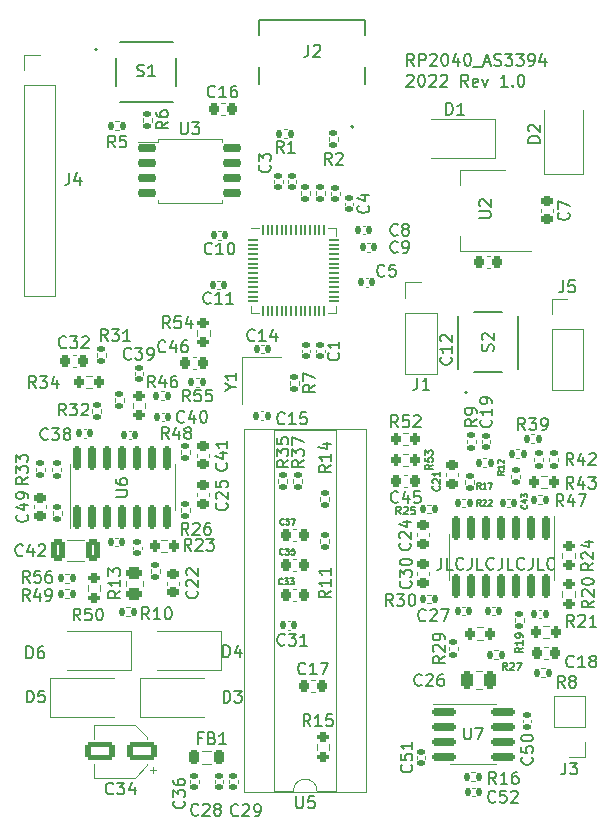
<source format=gbr>
%TF.GenerationSoftware,KiCad,Pcbnew,(6.0.6)*%
%TF.CreationDate,2022-11-11T00:06:58-05:00*%
%TF.ProjectId,RP2040_AS3394,52503230-3430-45f4-9153-333339342e6b,rev?*%
%TF.SameCoordinates,Original*%
%TF.FileFunction,Legend,Top*%
%TF.FilePolarity,Positive*%
%FSLAX46Y46*%
G04 Gerber Fmt 4.6, Leading zero omitted, Abs format (unit mm)*
G04 Created by KiCad (PCBNEW (6.0.6)) date 2022-11-11 00:06:58*
%MOMM*%
%LPD*%
G01*
G04 APERTURE LIST*
G04 Aperture macros list*
%AMRoundRect*
0 Rectangle with rounded corners*
0 $1 Rounding radius*
0 $2 $3 $4 $5 $6 $7 $8 $9 X,Y pos of 4 corners*
0 Add a 4 corners polygon primitive as box body*
4,1,4,$2,$3,$4,$5,$6,$7,$8,$9,$2,$3,0*
0 Add four circle primitives for the rounded corners*
1,1,$1+$1,$2,$3*
1,1,$1+$1,$4,$5*
1,1,$1+$1,$6,$7*
1,1,$1+$1,$8,$9*
0 Add four rect primitives between the rounded corners*
20,1,$1+$1,$2,$3,$4,$5,0*
20,1,$1+$1,$4,$5,$6,$7,0*
20,1,$1+$1,$6,$7,$8,$9,0*
20,1,$1+$1,$8,$9,$2,$3,0*%
G04 Aperture macros list end*
%ADD10C,0.150000*%
%ADD11C,0.127000*%
%ADD12C,0.120000*%
%ADD13C,0.200000*%
%ADD14RoundRect,0.225000X-0.225000X-0.250000X0.225000X-0.250000X0.225000X0.250000X-0.225000X0.250000X0*%
%ADD15RoundRect,0.135000X-0.185000X0.135000X-0.185000X-0.135000X0.185000X-0.135000X0.185000X0.135000X0*%
%ADD16RoundRect,0.225000X0.250000X-0.225000X0.250000X0.225000X-0.250000X0.225000X-0.250000X-0.225000X0*%
%ADD17RoundRect,0.225000X0.225000X0.250000X-0.225000X0.250000X-0.225000X-0.250000X0.225000X-0.250000X0*%
%ADD18RoundRect,0.135000X0.185000X-0.135000X0.185000X0.135000X-0.185000X0.135000X-0.185000X-0.135000X0*%
%ADD19RoundRect,0.200000X-0.275000X0.200000X-0.275000X-0.200000X0.275000X-0.200000X0.275000X0.200000X0*%
%ADD20RoundRect,0.140000X0.140000X0.170000X-0.140000X0.170000X-0.140000X-0.170000X0.140000X-0.170000X0*%
%ADD21RoundRect,0.200000X-0.200000X-0.275000X0.200000X-0.275000X0.200000X0.275000X-0.200000X0.275000X0*%
%ADD22RoundRect,0.140000X0.170000X-0.140000X0.170000X0.140000X-0.170000X0.140000X-0.170000X-0.140000X0*%
%ADD23RoundRect,0.140000X-0.140000X-0.170000X0.140000X-0.170000X0.140000X0.170000X-0.140000X0.170000X0*%
%ADD24RoundRect,0.250000X0.450000X-0.262500X0.450000X0.262500X-0.450000X0.262500X-0.450000X-0.262500X0*%
%ADD25R,0.750000X1.000000*%
%ADD26RoundRect,0.135000X-0.135000X-0.185000X0.135000X-0.185000X0.135000X0.185000X-0.135000X0.185000X0*%
%ADD27RoundRect,0.200000X0.200000X0.275000X-0.200000X0.275000X-0.200000X-0.275000X0.200000X-0.275000X0*%
%ADD28R,2.000000X1.500000*%
%ADD29R,2.000000X3.800000*%
%ADD30C,0.700000*%
%ADD31R,0.600000X1.450000*%
%ADD32R,0.300000X1.450000*%
%ADD33O,1.050000X2.100000*%
%ADD34R,1.700000X1.700000*%
%ADD35O,1.700000X1.700000*%
%ADD36RoundRect,0.150000X0.150000X-0.825000X0.150000X0.825000X-0.150000X0.825000X-0.150000X-0.825000X0*%
%ADD37R,1.200000X1.400000*%
%ADD38R,2.500000X1.800000*%
%ADD39R,1.600000X1.600000*%
%ADD40O,1.600000X1.600000*%
%ADD41RoundRect,0.218750X0.218750X0.381250X-0.218750X0.381250X-0.218750X-0.381250X0.218750X-0.381250X0*%
%ADD42RoundRect,0.250000X0.325000X0.650000X-0.325000X0.650000X-0.325000X-0.650000X0.325000X-0.650000X0*%
%ADD43R,1.800000X2.500000*%
%ADD44RoundRect,0.140000X-0.170000X0.140000X-0.170000X-0.140000X0.170000X-0.140000X0.170000X0.140000X0*%
%ADD45RoundRect,0.150000X-0.650000X-0.150000X0.650000X-0.150000X0.650000X0.150000X-0.650000X0.150000X0*%
%ADD46RoundRect,0.135000X0.135000X0.185000X-0.135000X0.185000X-0.135000X-0.185000X0.135000X-0.185000X0*%
%ADD47RoundRect,0.200000X0.275000X-0.200000X0.275000X0.200000X-0.275000X0.200000X-0.275000X-0.200000X0*%
%ADD48RoundRect,0.150000X-0.825000X-0.150000X0.825000X-0.150000X0.825000X0.150000X-0.825000X0.150000X0*%
%ADD49RoundRect,0.225000X-0.250000X0.225000X-0.250000X-0.225000X0.250000X-0.225000X0.250000X0.225000X0*%
%ADD50RoundRect,0.050000X-0.387500X-0.050000X0.387500X-0.050000X0.387500X0.050000X-0.387500X0.050000X0*%
%ADD51RoundRect,0.050000X-0.050000X-0.387500X0.050000X-0.387500X0.050000X0.387500X-0.050000X0.387500X0*%
%ADD52R,3.200000X3.200000*%
%ADD53RoundRect,0.250000X1.050000X0.550000X-1.050000X0.550000X-1.050000X-0.550000X1.050000X-0.550000X0*%
%ADD54RoundRect,0.150000X-0.150000X0.825000X-0.150000X-0.825000X0.150000X-0.825000X0.150000X0.825000X0*%
%ADD55RoundRect,0.250000X0.250000X0.475000X-0.250000X0.475000X-0.250000X-0.475000X0.250000X-0.475000X0*%
%ADD56R,1.000000X0.750000*%
G04 APERTURE END LIST*
D10*
X144233809Y-88487619D02*
X144281428Y-88440000D01*
X144376666Y-88392380D01*
X144614761Y-88392380D01*
X144710000Y-88440000D01*
X144757619Y-88487619D01*
X144805238Y-88582857D01*
X144805238Y-88678095D01*
X144757619Y-88820952D01*
X144186190Y-89392380D01*
X144805238Y-89392380D01*
X145424285Y-88392380D02*
X145519523Y-88392380D01*
X145614761Y-88440000D01*
X145662380Y-88487619D01*
X145710000Y-88582857D01*
X145757619Y-88773333D01*
X145757619Y-89011428D01*
X145710000Y-89201904D01*
X145662380Y-89297142D01*
X145614761Y-89344761D01*
X145519523Y-89392380D01*
X145424285Y-89392380D01*
X145329047Y-89344761D01*
X145281428Y-89297142D01*
X145233809Y-89201904D01*
X145186190Y-89011428D01*
X145186190Y-88773333D01*
X145233809Y-88582857D01*
X145281428Y-88487619D01*
X145329047Y-88440000D01*
X145424285Y-88392380D01*
X146138571Y-88487619D02*
X146186190Y-88440000D01*
X146281428Y-88392380D01*
X146519523Y-88392380D01*
X146614761Y-88440000D01*
X146662380Y-88487619D01*
X146710000Y-88582857D01*
X146710000Y-88678095D01*
X146662380Y-88820952D01*
X146090952Y-89392380D01*
X146710000Y-89392380D01*
X147090952Y-88487619D02*
X147138571Y-88440000D01*
X147233809Y-88392380D01*
X147471904Y-88392380D01*
X147567142Y-88440000D01*
X147614761Y-88487619D01*
X147662380Y-88582857D01*
X147662380Y-88678095D01*
X147614761Y-88820952D01*
X147043333Y-89392380D01*
X147662380Y-89392380D01*
X149424285Y-89392380D02*
X149090952Y-88916190D01*
X148852857Y-89392380D02*
X148852857Y-88392380D01*
X149233809Y-88392380D01*
X149329047Y-88440000D01*
X149376666Y-88487619D01*
X149424285Y-88582857D01*
X149424285Y-88725714D01*
X149376666Y-88820952D01*
X149329047Y-88868571D01*
X149233809Y-88916190D01*
X148852857Y-88916190D01*
X150233809Y-89344761D02*
X150138571Y-89392380D01*
X149948095Y-89392380D01*
X149852857Y-89344761D01*
X149805238Y-89249523D01*
X149805238Y-88868571D01*
X149852857Y-88773333D01*
X149948095Y-88725714D01*
X150138571Y-88725714D01*
X150233809Y-88773333D01*
X150281428Y-88868571D01*
X150281428Y-88963809D01*
X149805238Y-89059047D01*
X150614761Y-88725714D02*
X150852857Y-89392380D01*
X151090952Y-88725714D01*
X152757619Y-89392380D02*
X152186190Y-89392380D01*
X152471904Y-89392380D02*
X152471904Y-88392380D01*
X152376666Y-88535238D01*
X152281428Y-88630476D01*
X152186190Y-88678095D01*
X153186190Y-89297142D02*
X153233809Y-89344761D01*
X153186190Y-89392380D01*
X153138571Y-89344761D01*
X153186190Y-89297142D01*
X153186190Y-89392380D01*
X153852857Y-88392380D02*
X153948095Y-88392380D01*
X154043333Y-88440000D01*
X154090952Y-88487619D01*
X154138571Y-88582857D01*
X154186190Y-88773333D01*
X154186190Y-89011428D01*
X154138571Y-89201904D01*
X154090952Y-89297142D01*
X154043333Y-89344761D01*
X153948095Y-89392380D01*
X153852857Y-89392380D01*
X153757619Y-89344761D01*
X153710000Y-89297142D01*
X153662380Y-89201904D01*
X153614761Y-89011428D01*
X153614761Y-88773333D01*
X153662380Y-88582857D01*
X153710000Y-88487619D01*
X153757619Y-88440000D01*
X153852857Y-88392380D01*
X147160952Y-129282380D02*
X147160952Y-129996666D01*
X147113333Y-130139523D01*
X147018095Y-130234761D01*
X146875238Y-130282380D01*
X146780000Y-130282380D01*
X148113333Y-130282380D02*
X147637142Y-130282380D01*
X147637142Y-129282380D01*
X149018095Y-130187142D02*
X148970476Y-130234761D01*
X148827619Y-130282380D01*
X148732380Y-130282380D01*
X148589523Y-130234761D01*
X148494285Y-130139523D01*
X148446666Y-130044285D01*
X148399047Y-129853809D01*
X148399047Y-129710952D01*
X148446666Y-129520476D01*
X148494285Y-129425238D01*
X148589523Y-129330000D01*
X148732380Y-129282380D01*
X148827619Y-129282380D01*
X148970476Y-129330000D01*
X149018095Y-129377619D01*
X149732380Y-129282380D02*
X149732380Y-129996666D01*
X149684761Y-130139523D01*
X149589523Y-130234761D01*
X149446666Y-130282380D01*
X149351428Y-130282380D01*
X150684761Y-130282380D02*
X150208571Y-130282380D01*
X150208571Y-129282380D01*
X151589523Y-130187142D02*
X151541904Y-130234761D01*
X151399047Y-130282380D01*
X151303809Y-130282380D01*
X151160952Y-130234761D01*
X151065714Y-130139523D01*
X151018095Y-130044285D01*
X150970476Y-129853809D01*
X150970476Y-129710952D01*
X151018095Y-129520476D01*
X151065714Y-129425238D01*
X151160952Y-129330000D01*
X151303809Y-129282380D01*
X151399047Y-129282380D01*
X151541904Y-129330000D01*
X151589523Y-129377619D01*
X152303809Y-129282380D02*
X152303809Y-129996666D01*
X152256190Y-130139523D01*
X152160952Y-130234761D01*
X152018095Y-130282380D01*
X151922857Y-130282380D01*
X153256190Y-130282380D02*
X152780000Y-130282380D01*
X152780000Y-129282380D01*
X154160952Y-130187142D02*
X154113333Y-130234761D01*
X153970476Y-130282380D01*
X153875238Y-130282380D01*
X153732380Y-130234761D01*
X153637142Y-130139523D01*
X153589523Y-130044285D01*
X153541904Y-129853809D01*
X153541904Y-129710952D01*
X153589523Y-129520476D01*
X153637142Y-129425238D01*
X153732380Y-129330000D01*
X153875238Y-129282380D01*
X153970476Y-129282380D01*
X154113333Y-129330000D01*
X154160952Y-129377619D01*
X154875238Y-129282380D02*
X154875238Y-129996666D01*
X154827619Y-130139523D01*
X154732380Y-130234761D01*
X154589523Y-130282380D01*
X154494285Y-130282380D01*
X155827619Y-130282380D02*
X155351428Y-130282380D01*
X155351428Y-129282380D01*
X156732380Y-130187142D02*
X156684761Y-130234761D01*
X156541904Y-130282380D01*
X156446666Y-130282380D01*
X156303809Y-130234761D01*
X156208571Y-130139523D01*
X156160952Y-130044285D01*
X156113333Y-129853809D01*
X156113333Y-129710952D01*
X156160952Y-129520476D01*
X156208571Y-129425238D01*
X156303809Y-129330000D01*
X156446666Y-129282380D01*
X156541904Y-129282380D01*
X156684761Y-129330000D01*
X156732380Y-129377619D01*
X144834285Y-87622380D02*
X144500952Y-87146190D01*
X144262857Y-87622380D02*
X144262857Y-86622380D01*
X144643809Y-86622380D01*
X144739047Y-86670000D01*
X144786666Y-86717619D01*
X144834285Y-86812857D01*
X144834285Y-86955714D01*
X144786666Y-87050952D01*
X144739047Y-87098571D01*
X144643809Y-87146190D01*
X144262857Y-87146190D01*
X145262857Y-87622380D02*
X145262857Y-86622380D01*
X145643809Y-86622380D01*
X145739047Y-86670000D01*
X145786666Y-86717619D01*
X145834285Y-86812857D01*
X145834285Y-86955714D01*
X145786666Y-87050952D01*
X145739047Y-87098571D01*
X145643809Y-87146190D01*
X145262857Y-87146190D01*
X146215238Y-86717619D02*
X146262857Y-86670000D01*
X146358095Y-86622380D01*
X146596190Y-86622380D01*
X146691428Y-86670000D01*
X146739047Y-86717619D01*
X146786666Y-86812857D01*
X146786666Y-86908095D01*
X146739047Y-87050952D01*
X146167619Y-87622380D01*
X146786666Y-87622380D01*
X147405714Y-86622380D02*
X147500952Y-86622380D01*
X147596190Y-86670000D01*
X147643809Y-86717619D01*
X147691428Y-86812857D01*
X147739047Y-87003333D01*
X147739047Y-87241428D01*
X147691428Y-87431904D01*
X147643809Y-87527142D01*
X147596190Y-87574761D01*
X147500952Y-87622380D01*
X147405714Y-87622380D01*
X147310476Y-87574761D01*
X147262857Y-87527142D01*
X147215238Y-87431904D01*
X147167619Y-87241428D01*
X147167619Y-87003333D01*
X147215238Y-86812857D01*
X147262857Y-86717619D01*
X147310476Y-86670000D01*
X147405714Y-86622380D01*
X148596190Y-86955714D02*
X148596190Y-87622380D01*
X148358095Y-86574761D02*
X148120000Y-87289047D01*
X148739047Y-87289047D01*
X149310476Y-86622380D02*
X149405714Y-86622380D01*
X149500952Y-86670000D01*
X149548571Y-86717619D01*
X149596190Y-86812857D01*
X149643809Y-87003333D01*
X149643809Y-87241428D01*
X149596190Y-87431904D01*
X149548571Y-87527142D01*
X149500952Y-87574761D01*
X149405714Y-87622380D01*
X149310476Y-87622380D01*
X149215238Y-87574761D01*
X149167619Y-87527142D01*
X149120000Y-87431904D01*
X149072380Y-87241428D01*
X149072380Y-87003333D01*
X149120000Y-86812857D01*
X149167619Y-86717619D01*
X149215238Y-86670000D01*
X149310476Y-86622380D01*
X149834285Y-87717619D02*
X150596190Y-87717619D01*
X150786666Y-87336666D02*
X151262857Y-87336666D01*
X150691428Y-87622380D02*
X151024761Y-86622380D01*
X151358095Y-87622380D01*
X151643809Y-87574761D02*
X151786666Y-87622380D01*
X152024761Y-87622380D01*
X152120000Y-87574761D01*
X152167619Y-87527142D01*
X152215238Y-87431904D01*
X152215238Y-87336666D01*
X152167619Y-87241428D01*
X152120000Y-87193809D01*
X152024761Y-87146190D01*
X151834285Y-87098571D01*
X151739047Y-87050952D01*
X151691428Y-87003333D01*
X151643809Y-86908095D01*
X151643809Y-86812857D01*
X151691428Y-86717619D01*
X151739047Y-86670000D01*
X151834285Y-86622380D01*
X152072380Y-86622380D01*
X152215238Y-86670000D01*
X152548571Y-86622380D02*
X153167619Y-86622380D01*
X152834285Y-87003333D01*
X152977142Y-87003333D01*
X153072380Y-87050952D01*
X153120000Y-87098571D01*
X153167619Y-87193809D01*
X153167619Y-87431904D01*
X153120000Y-87527142D01*
X153072380Y-87574761D01*
X152977142Y-87622380D01*
X152691428Y-87622380D01*
X152596190Y-87574761D01*
X152548571Y-87527142D01*
X153500952Y-86622380D02*
X154120000Y-86622380D01*
X153786666Y-87003333D01*
X153929523Y-87003333D01*
X154024761Y-87050952D01*
X154072380Y-87098571D01*
X154120000Y-87193809D01*
X154120000Y-87431904D01*
X154072380Y-87527142D01*
X154024761Y-87574761D01*
X153929523Y-87622380D01*
X153643809Y-87622380D01*
X153548571Y-87574761D01*
X153500952Y-87527142D01*
X154596190Y-87622380D02*
X154786666Y-87622380D01*
X154881904Y-87574761D01*
X154929523Y-87527142D01*
X155024761Y-87384285D01*
X155072380Y-87193809D01*
X155072380Y-86812857D01*
X155024761Y-86717619D01*
X154977142Y-86670000D01*
X154881904Y-86622380D01*
X154691428Y-86622380D01*
X154596190Y-86670000D01*
X154548571Y-86717619D01*
X154500952Y-86812857D01*
X154500952Y-87050952D01*
X154548571Y-87146190D01*
X154596190Y-87193809D01*
X154691428Y-87241428D01*
X154881904Y-87241428D01*
X154977142Y-87193809D01*
X155024761Y-87146190D01*
X155072380Y-87050952D01*
X155929523Y-86955714D02*
X155929523Y-87622380D01*
X155691428Y-86574761D02*
X155453333Y-87289047D01*
X156072380Y-87289047D01*
D11*
%TO.C,C33*%
X133713428Y-131491428D02*
X133689238Y-131515619D01*
X133616666Y-131539809D01*
X133568285Y-131539809D01*
X133495714Y-131515619D01*
X133447333Y-131467238D01*
X133423142Y-131418857D01*
X133398952Y-131322095D01*
X133398952Y-131249523D01*
X133423142Y-131152761D01*
X133447333Y-131104380D01*
X133495714Y-131056000D01*
X133568285Y-131031809D01*
X133616666Y-131031809D01*
X133689238Y-131056000D01*
X133713428Y-131080190D01*
X133882761Y-131031809D02*
X134197238Y-131031809D01*
X134027904Y-131225333D01*
X134100476Y-131225333D01*
X134148857Y-131249523D01*
X134173047Y-131273714D01*
X134197238Y-131322095D01*
X134197238Y-131443047D01*
X134173047Y-131491428D01*
X134148857Y-131515619D01*
X134100476Y-131539809D01*
X133955333Y-131539809D01*
X133906952Y-131515619D01*
X133882761Y-131491428D01*
X134366571Y-131031809D02*
X134681047Y-131031809D01*
X134511714Y-131225333D01*
X134584285Y-131225333D01*
X134632666Y-131249523D01*
X134656857Y-131273714D01*
X134681047Y-131322095D01*
X134681047Y-131443047D01*
X134656857Y-131491428D01*
X134632666Y-131515619D01*
X134584285Y-131539809D01*
X134439142Y-131539809D01*
X134390761Y-131515619D01*
X134366571Y-131491428D01*
D10*
%TO.C,R31*%
X118897142Y-110932380D02*
X118563809Y-110456190D01*
X118325714Y-110932380D02*
X118325714Y-109932380D01*
X118706666Y-109932380D01*
X118801904Y-109980000D01*
X118849523Y-110027619D01*
X118897142Y-110122857D01*
X118897142Y-110265714D01*
X118849523Y-110360952D01*
X118801904Y-110408571D01*
X118706666Y-110456190D01*
X118325714Y-110456190D01*
X119230476Y-109932380D02*
X119849523Y-109932380D01*
X119516190Y-110313333D01*
X119659047Y-110313333D01*
X119754285Y-110360952D01*
X119801904Y-110408571D01*
X119849523Y-110503809D01*
X119849523Y-110741904D01*
X119801904Y-110837142D01*
X119754285Y-110884761D01*
X119659047Y-110932380D01*
X119373333Y-110932380D01*
X119278095Y-110884761D01*
X119230476Y-110837142D01*
X120801904Y-110932380D02*
X120230476Y-110932380D01*
X120516190Y-110932380D02*
X120516190Y-109932380D01*
X120420952Y-110075238D01*
X120325714Y-110170476D01*
X120230476Y-110218095D01*
%TO.C,C30*%
X144543142Y-131259857D02*
X144590761Y-131307476D01*
X144638380Y-131450333D01*
X144638380Y-131545571D01*
X144590761Y-131688428D01*
X144495523Y-131783666D01*
X144400285Y-131831285D01*
X144209809Y-131878904D01*
X144066952Y-131878904D01*
X143876476Y-131831285D01*
X143781238Y-131783666D01*
X143686000Y-131688428D01*
X143638380Y-131545571D01*
X143638380Y-131450333D01*
X143686000Y-131307476D01*
X143733619Y-131259857D01*
X143638380Y-130926523D02*
X143638380Y-130307476D01*
X144019333Y-130640809D01*
X144019333Y-130497952D01*
X144066952Y-130402714D01*
X144114571Y-130355095D01*
X144209809Y-130307476D01*
X144447904Y-130307476D01*
X144543142Y-130355095D01*
X144590761Y-130402714D01*
X144638380Y-130497952D01*
X144638380Y-130783666D01*
X144590761Y-130878904D01*
X144543142Y-130926523D01*
X143638380Y-129688428D02*
X143638380Y-129593190D01*
X143686000Y-129497952D01*
X143733619Y-129450333D01*
X143828857Y-129402714D01*
X144019333Y-129355095D01*
X144257428Y-129355095D01*
X144447904Y-129402714D01*
X144543142Y-129450333D01*
X144590761Y-129497952D01*
X144638380Y-129593190D01*
X144638380Y-129688428D01*
X144590761Y-129783666D01*
X144543142Y-129831285D01*
X144447904Y-129878904D01*
X144257428Y-129926523D01*
X144019333Y-129926523D01*
X143828857Y-129878904D01*
X143733619Y-129831285D01*
X143686000Y-129783666D01*
X143638380Y-129688428D01*
%TO.C,C45*%
X143487142Y-124545142D02*
X143439523Y-124592761D01*
X143296666Y-124640380D01*
X143201428Y-124640380D01*
X143058571Y-124592761D01*
X142963333Y-124497523D01*
X142915714Y-124402285D01*
X142868095Y-124211809D01*
X142868095Y-124068952D01*
X142915714Y-123878476D01*
X142963333Y-123783238D01*
X143058571Y-123688000D01*
X143201428Y-123640380D01*
X143296666Y-123640380D01*
X143439523Y-123688000D01*
X143487142Y-123735619D01*
X144344285Y-123973714D02*
X144344285Y-124640380D01*
X144106190Y-123592761D02*
X143868095Y-124307047D01*
X144487142Y-124307047D01*
X145344285Y-123640380D02*
X144868095Y-123640380D01*
X144820476Y-124116571D01*
X144868095Y-124068952D01*
X144963333Y-124021333D01*
X145201428Y-124021333D01*
X145296666Y-124068952D01*
X145344285Y-124116571D01*
X145391904Y-124211809D01*
X145391904Y-124449904D01*
X145344285Y-124545142D01*
X145296666Y-124592761D01*
X145201428Y-124640380D01*
X144963333Y-124640380D01*
X144868095Y-124592761D01*
X144820476Y-124545142D01*
%TO.C,R54*%
X124177142Y-109842380D02*
X123843809Y-109366190D01*
X123605714Y-109842380D02*
X123605714Y-108842380D01*
X123986666Y-108842380D01*
X124081904Y-108890000D01*
X124129523Y-108937619D01*
X124177142Y-109032857D01*
X124177142Y-109175714D01*
X124129523Y-109270952D01*
X124081904Y-109318571D01*
X123986666Y-109366190D01*
X123605714Y-109366190D01*
X125081904Y-108842380D02*
X124605714Y-108842380D01*
X124558095Y-109318571D01*
X124605714Y-109270952D01*
X124700952Y-109223333D01*
X124939047Y-109223333D01*
X125034285Y-109270952D01*
X125081904Y-109318571D01*
X125129523Y-109413809D01*
X125129523Y-109651904D01*
X125081904Y-109747142D01*
X125034285Y-109794761D01*
X124939047Y-109842380D01*
X124700952Y-109842380D01*
X124605714Y-109794761D01*
X124558095Y-109747142D01*
X125986666Y-109175714D02*
X125986666Y-109842380D01*
X125748571Y-108794761D02*
X125510476Y-109509047D01*
X126129523Y-109509047D01*
%TO.C,C27*%
X145816857Y-134552857D02*
X145768476Y-134601238D01*
X145623333Y-134649619D01*
X145526571Y-134649619D01*
X145381428Y-134601238D01*
X145284666Y-134504476D01*
X145236285Y-134407714D01*
X145187904Y-134214190D01*
X145187904Y-134069047D01*
X145236285Y-133875523D01*
X145284666Y-133778761D01*
X145381428Y-133682000D01*
X145526571Y-133633619D01*
X145623333Y-133633619D01*
X145768476Y-133682000D01*
X145816857Y-133730380D01*
X146203904Y-133730380D02*
X146252285Y-133682000D01*
X146349047Y-133633619D01*
X146590952Y-133633619D01*
X146687714Y-133682000D01*
X146736095Y-133730380D01*
X146784476Y-133827142D01*
X146784476Y-133923904D01*
X146736095Y-134069047D01*
X146155523Y-134649619D01*
X146784476Y-134649619D01*
X147123142Y-133633619D02*
X147800476Y-133633619D01*
X147365047Y-134649619D01*
%TO.C,R52*%
X143487142Y-118224380D02*
X143153809Y-117748190D01*
X142915714Y-118224380D02*
X142915714Y-117224380D01*
X143296666Y-117224380D01*
X143391904Y-117272000D01*
X143439523Y-117319619D01*
X143487142Y-117414857D01*
X143487142Y-117557714D01*
X143439523Y-117652952D01*
X143391904Y-117700571D01*
X143296666Y-117748190D01*
X142915714Y-117748190D01*
X144391904Y-117224380D02*
X143915714Y-117224380D01*
X143868095Y-117700571D01*
X143915714Y-117652952D01*
X144010952Y-117605333D01*
X144249047Y-117605333D01*
X144344285Y-117652952D01*
X144391904Y-117700571D01*
X144439523Y-117795809D01*
X144439523Y-118033904D01*
X144391904Y-118129142D01*
X144344285Y-118176761D01*
X144249047Y-118224380D01*
X144010952Y-118224380D01*
X143915714Y-118176761D01*
X143868095Y-118129142D01*
X144820476Y-117319619D02*
X144868095Y-117272000D01*
X144963333Y-117224380D01*
X145201428Y-117224380D01*
X145296666Y-117272000D01*
X145344285Y-117319619D01*
X145391904Y-117414857D01*
X145391904Y-117510095D01*
X145344285Y-117652952D01*
X144772857Y-118224380D01*
X145391904Y-118224380D01*
D11*
%TO.C,R17*%
X150493428Y-123419809D02*
X150324095Y-123177904D01*
X150203142Y-123419809D02*
X150203142Y-122911809D01*
X150396666Y-122911809D01*
X150445047Y-122936000D01*
X150469238Y-122960190D01*
X150493428Y-123008571D01*
X150493428Y-123081142D01*
X150469238Y-123129523D01*
X150445047Y-123153714D01*
X150396666Y-123177904D01*
X150203142Y-123177904D01*
X150977238Y-123419809D02*
X150686952Y-123419809D01*
X150832095Y-123419809D02*
X150832095Y-122911809D01*
X150783714Y-122984380D01*
X150735333Y-123032761D01*
X150686952Y-123056952D01*
X151146571Y-122911809D02*
X151485238Y-122911809D01*
X151267523Y-123419809D01*
D10*
%TO.C,C14*%
X131347142Y-110847142D02*
X131299523Y-110894761D01*
X131156666Y-110942380D01*
X131061428Y-110942380D01*
X130918571Y-110894761D01*
X130823333Y-110799523D01*
X130775714Y-110704285D01*
X130728095Y-110513809D01*
X130728095Y-110370952D01*
X130775714Y-110180476D01*
X130823333Y-110085238D01*
X130918571Y-109990000D01*
X131061428Y-109942380D01*
X131156666Y-109942380D01*
X131299523Y-109990000D01*
X131347142Y-110037619D01*
X132299523Y-110942380D02*
X131728095Y-110942380D01*
X132013809Y-110942380D02*
X132013809Y-109942380D01*
X131918571Y-110085238D01*
X131823333Y-110180476D01*
X131728095Y-110228095D01*
X133156666Y-110275714D02*
X133156666Y-110942380D01*
X132918571Y-109894761D02*
X132680476Y-110609047D01*
X133299523Y-110609047D01*
%TO.C,C51*%
X144612142Y-146819857D02*
X144659761Y-146867476D01*
X144707380Y-147010333D01*
X144707380Y-147105571D01*
X144659761Y-147248428D01*
X144564523Y-147343666D01*
X144469285Y-147391285D01*
X144278809Y-147438904D01*
X144135952Y-147438904D01*
X143945476Y-147391285D01*
X143850238Y-147343666D01*
X143755000Y-147248428D01*
X143707380Y-147105571D01*
X143707380Y-147010333D01*
X143755000Y-146867476D01*
X143802619Y-146819857D01*
X143707380Y-145915095D02*
X143707380Y-146391285D01*
X144183571Y-146438904D01*
X144135952Y-146391285D01*
X144088333Y-146296047D01*
X144088333Y-146057952D01*
X144135952Y-145962714D01*
X144183571Y-145915095D01*
X144278809Y-145867476D01*
X144516904Y-145867476D01*
X144612142Y-145915095D01*
X144659761Y-145962714D01*
X144707380Y-146057952D01*
X144707380Y-146296047D01*
X144659761Y-146391285D01*
X144612142Y-146438904D01*
X144707380Y-144915095D02*
X144707380Y-145486523D01*
X144707380Y-145200809D02*
X143707380Y-145200809D01*
X143850238Y-145296047D01*
X143945476Y-145391285D01*
X143993095Y-145486523D01*
%TO.C,C8*%
X143463333Y-101917142D02*
X143415714Y-101964761D01*
X143272857Y-102012380D01*
X143177619Y-102012380D01*
X143034761Y-101964761D01*
X142939523Y-101869523D01*
X142891904Y-101774285D01*
X142844285Y-101583809D01*
X142844285Y-101440952D01*
X142891904Y-101250476D01*
X142939523Y-101155238D01*
X143034761Y-101060000D01*
X143177619Y-101012380D01*
X143272857Y-101012380D01*
X143415714Y-101060000D01*
X143463333Y-101107619D01*
X144034761Y-101440952D02*
X143939523Y-101393333D01*
X143891904Y-101345714D01*
X143844285Y-101250476D01*
X143844285Y-101202857D01*
X143891904Y-101107619D01*
X143939523Y-101060000D01*
X144034761Y-101012380D01*
X144225238Y-101012380D01*
X144320476Y-101060000D01*
X144368095Y-101107619D01*
X144415714Y-101202857D01*
X144415714Y-101250476D01*
X144368095Y-101345714D01*
X144320476Y-101393333D01*
X144225238Y-101440952D01*
X144034761Y-101440952D01*
X143939523Y-101488571D01*
X143891904Y-101536190D01*
X143844285Y-101631428D01*
X143844285Y-101821904D01*
X143891904Y-101917142D01*
X143939523Y-101964761D01*
X144034761Y-102012380D01*
X144225238Y-102012380D01*
X144320476Y-101964761D01*
X144368095Y-101917142D01*
X144415714Y-101821904D01*
X144415714Y-101631428D01*
X144368095Y-101536190D01*
X144320476Y-101488571D01*
X144225238Y-101440952D01*
%TO.C,R21*%
X158377142Y-135122380D02*
X158043809Y-134646190D01*
X157805714Y-135122380D02*
X157805714Y-134122380D01*
X158186666Y-134122380D01*
X158281904Y-134170000D01*
X158329523Y-134217619D01*
X158377142Y-134312857D01*
X158377142Y-134455714D01*
X158329523Y-134550952D01*
X158281904Y-134598571D01*
X158186666Y-134646190D01*
X157805714Y-134646190D01*
X158758095Y-134217619D02*
X158805714Y-134170000D01*
X158900952Y-134122380D01*
X159139047Y-134122380D01*
X159234285Y-134170000D01*
X159281904Y-134217619D01*
X159329523Y-134312857D01*
X159329523Y-134408095D01*
X159281904Y-134550952D01*
X158710476Y-135122380D01*
X159329523Y-135122380D01*
X160281904Y-135122380D02*
X159710476Y-135122380D01*
X159996190Y-135122380D02*
X159996190Y-134122380D01*
X159900952Y-134265238D01*
X159805714Y-134360476D01*
X159710476Y-134408095D01*
%TO.C,R13*%
X119960380Y-132087857D02*
X119484190Y-132421190D01*
X119960380Y-132659285D02*
X118960380Y-132659285D01*
X118960380Y-132278333D01*
X119008000Y-132183095D01*
X119055619Y-132135476D01*
X119150857Y-132087857D01*
X119293714Y-132087857D01*
X119388952Y-132135476D01*
X119436571Y-132183095D01*
X119484190Y-132278333D01*
X119484190Y-132659285D01*
X119960380Y-131135476D02*
X119960380Y-131706904D01*
X119960380Y-131421190D02*
X118960380Y-131421190D01*
X119103238Y-131516428D01*
X119198476Y-131611666D01*
X119246095Y-131706904D01*
X118960380Y-130802142D02*
X118960380Y-130183095D01*
X119341333Y-130516428D01*
X119341333Y-130373571D01*
X119388952Y-130278333D01*
X119436571Y-130230714D01*
X119531809Y-130183095D01*
X119769904Y-130183095D01*
X119865142Y-130230714D01*
X119912761Y-130278333D01*
X119960380Y-130373571D01*
X119960380Y-130659285D01*
X119912761Y-130754523D01*
X119865142Y-130802142D01*
%TO.C,C15*%
X133877142Y-117887142D02*
X133829523Y-117934761D01*
X133686666Y-117982380D01*
X133591428Y-117982380D01*
X133448571Y-117934761D01*
X133353333Y-117839523D01*
X133305714Y-117744285D01*
X133258095Y-117553809D01*
X133258095Y-117410952D01*
X133305714Y-117220476D01*
X133353333Y-117125238D01*
X133448571Y-117030000D01*
X133591428Y-116982380D01*
X133686666Y-116982380D01*
X133829523Y-117030000D01*
X133877142Y-117077619D01*
X134829523Y-117982380D02*
X134258095Y-117982380D01*
X134543809Y-117982380D02*
X134543809Y-116982380D01*
X134448571Y-117125238D01*
X134353333Y-117220476D01*
X134258095Y-117268095D01*
X135734285Y-116982380D02*
X135258095Y-116982380D01*
X135210476Y-117458571D01*
X135258095Y-117410952D01*
X135353333Y-117363333D01*
X135591428Y-117363333D01*
X135686666Y-117410952D01*
X135734285Y-117458571D01*
X135781904Y-117553809D01*
X135781904Y-117791904D01*
X135734285Y-117887142D01*
X135686666Y-117934761D01*
X135591428Y-117982380D01*
X135353333Y-117982380D01*
X135258095Y-117934761D01*
X135210476Y-117887142D01*
%TO.C,S2*%
X151537761Y-111786404D02*
X151585380Y-111643547D01*
X151585380Y-111405452D01*
X151537761Y-111310214D01*
X151490142Y-111262595D01*
X151394904Y-111214976D01*
X151299666Y-111214976D01*
X151204428Y-111262595D01*
X151156809Y-111310214D01*
X151109190Y-111405452D01*
X151061571Y-111595928D01*
X151013952Y-111691166D01*
X150966333Y-111738785D01*
X150871095Y-111786404D01*
X150775857Y-111786404D01*
X150680619Y-111738785D01*
X150633000Y-111691166D01*
X150585380Y-111595928D01*
X150585380Y-111357833D01*
X150633000Y-111214976D01*
X150680619Y-110834023D02*
X150633000Y-110786404D01*
X150585380Y-110691166D01*
X150585380Y-110453071D01*
X150633000Y-110357833D01*
X150680619Y-110310214D01*
X150775857Y-110262595D01*
X150871095Y-110262595D01*
X151013952Y-110310214D01*
X151585380Y-110881642D01*
X151585380Y-110262595D01*
%TO.C,C22*%
X126457142Y-132087857D02*
X126504761Y-132135476D01*
X126552380Y-132278333D01*
X126552380Y-132373571D01*
X126504761Y-132516428D01*
X126409523Y-132611666D01*
X126314285Y-132659285D01*
X126123809Y-132706904D01*
X125980952Y-132706904D01*
X125790476Y-132659285D01*
X125695238Y-132611666D01*
X125600000Y-132516428D01*
X125552380Y-132373571D01*
X125552380Y-132278333D01*
X125600000Y-132135476D01*
X125647619Y-132087857D01*
X125647619Y-131706904D02*
X125600000Y-131659285D01*
X125552380Y-131564047D01*
X125552380Y-131325952D01*
X125600000Y-131230714D01*
X125647619Y-131183095D01*
X125742857Y-131135476D01*
X125838095Y-131135476D01*
X125980952Y-131183095D01*
X126552380Y-131754523D01*
X126552380Y-131135476D01*
X125647619Y-130754523D02*
X125600000Y-130706904D01*
X125552380Y-130611666D01*
X125552380Y-130373571D01*
X125600000Y-130278333D01*
X125647619Y-130230714D01*
X125742857Y-130183095D01*
X125838095Y-130183095D01*
X125980952Y-130230714D01*
X126552380Y-130802142D01*
X126552380Y-130183095D01*
%TO.C,R6*%
X123992380Y-92366666D02*
X123516190Y-92700000D01*
X123992380Y-92938095D02*
X122992380Y-92938095D01*
X122992380Y-92557142D01*
X123040000Y-92461904D01*
X123087619Y-92414285D01*
X123182857Y-92366666D01*
X123325714Y-92366666D01*
X123420952Y-92414285D01*
X123468571Y-92461904D01*
X123516190Y-92557142D01*
X123516190Y-92938095D01*
X122992380Y-91509523D02*
X122992380Y-91700000D01*
X123040000Y-91795238D01*
X123087619Y-91842857D01*
X123230476Y-91938095D01*
X123420952Y-91985714D01*
X123801904Y-91985714D01*
X123897142Y-91938095D01*
X123944761Y-91890476D01*
X123992380Y-91795238D01*
X123992380Y-91604761D01*
X123944761Y-91509523D01*
X123897142Y-91461904D01*
X123801904Y-91414285D01*
X123563809Y-91414285D01*
X123468571Y-91461904D01*
X123420952Y-91509523D01*
X123373333Y-91604761D01*
X123373333Y-91795238D01*
X123420952Y-91890476D01*
X123468571Y-91938095D01*
X123563809Y-91985714D01*
%TO.C,R2*%
X137863333Y-96002380D02*
X137530000Y-95526190D01*
X137291904Y-96002380D02*
X137291904Y-95002380D01*
X137672857Y-95002380D01*
X137768095Y-95050000D01*
X137815714Y-95097619D01*
X137863333Y-95192857D01*
X137863333Y-95335714D01*
X137815714Y-95430952D01*
X137768095Y-95478571D01*
X137672857Y-95526190D01*
X137291904Y-95526190D01*
X138244285Y-95097619D02*
X138291904Y-95050000D01*
X138387142Y-95002380D01*
X138625238Y-95002380D01*
X138720476Y-95050000D01*
X138768095Y-95097619D01*
X138815714Y-95192857D01*
X138815714Y-95288095D01*
X138768095Y-95430952D01*
X138196666Y-96002380D01*
X138815714Y-96002380D01*
%TO.C,R47*%
X157487142Y-124922380D02*
X157153809Y-124446190D01*
X156915714Y-124922380D02*
X156915714Y-123922380D01*
X157296666Y-123922380D01*
X157391904Y-123970000D01*
X157439523Y-124017619D01*
X157487142Y-124112857D01*
X157487142Y-124255714D01*
X157439523Y-124350952D01*
X157391904Y-124398571D01*
X157296666Y-124446190D01*
X156915714Y-124446190D01*
X158344285Y-124255714D02*
X158344285Y-124922380D01*
X158106190Y-123874761D02*
X157868095Y-124589047D01*
X158487142Y-124589047D01*
X158772857Y-123922380D02*
X159439523Y-123922380D01*
X159010952Y-124922380D01*
%TO.C,R53*%
X146437261Y-121398214D02*
X146134880Y-121609880D01*
X146437261Y-121761071D02*
X145802261Y-121761071D01*
X145802261Y-121519166D01*
X145832500Y-121458690D01*
X145862738Y-121428452D01*
X145923214Y-121398214D01*
X146013928Y-121398214D01*
X146074404Y-121428452D01*
X146104642Y-121458690D01*
X146134880Y-121519166D01*
X146134880Y-121761071D01*
X145802261Y-120823690D02*
X145802261Y-121126071D01*
X146104642Y-121156309D01*
X146074404Y-121126071D01*
X146044166Y-121065595D01*
X146044166Y-120914404D01*
X146074404Y-120853928D01*
X146104642Y-120823690D01*
X146165119Y-120793452D01*
X146316309Y-120793452D01*
X146376785Y-120823690D01*
X146407023Y-120853928D01*
X146437261Y-120914404D01*
X146437261Y-121065595D01*
X146407023Y-121126071D01*
X146376785Y-121156309D01*
X145802261Y-120581785D02*
X145802261Y-120188690D01*
X146044166Y-120400357D01*
X146044166Y-120309642D01*
X146074404Y-120249166D01*
X146104642Y-120218928D01*
X146165119Y-120188690D01*
X146316309Y-120188690D01*
X146376785Y-120218928D01*
X146407023Y-120249166D01*
X146437261Y-120309642D01*
X146437261Y-120491071D01*
X146407023Y-120551547D01*
X146376785Y-120581785D01*
%TO.C,U2*%
X150362380Y-100521904D02*
X151171904Y-100521904D01*
X151267142Y-100474285D01*
X151314761Y-100426666D01*
X151362380Y-100331428D01*
X151362380Y-100140952D01*
X151314761Y-100045714D01*
X151267142Y-99998095D01*
X151171904Y-99950476D01*
X150362380Y-99950476D01*
X150457619Y-99521904D02*
X150410000Y-99474285D01*
X150362380Y-99379047D01*
X150362380Y-99140952D01*
X150410000Y-99045714D01*
X150457619Y-98998095D01*
X150552857Y-98950476D01*
X150648095Y-98950476D01*
X150790952Y-98998095D01*
X151362380Y-99569523D01*
X151362380Y-98950476D01*
%TO.C,J2*%
X135906666Y-85852380D02*
X135906666Y-86566666D01*
X135859047Y-86709523D01*
X135763809Y-86804761D01*
X135620952Y-86852380D01*
X135525714Y-86852380D01*
X136335238Y-85947619D02*
X136382857Y-85900000D01*
X136478095Y-85852380D01*
X136716190Y-85852380D01*
X136811428Y-85900000D01*
X136859047Y-85947619D01*
X136906666Y-86042857D01*
X136906666Y-86138095D01*
X136859047Y-86280952D01*
X136287619Y-86852380D01*
X136906666Y-86852380D01*
%TO.C,J4*%
X115656666Y-96702380D02*
X115656666Y-97416666D01*
X115609047Y-97559523D01*
X115513809Y-97654761D01*
X115370952Y-97702380D01*
X115275714Y-97702380D01*
X116561428Y-97035714D02*
X116561428Y-97702380D01*
X116323333Y-96654761D02*
X116085238Y-97369047D01*
X116704285Y-97369047D01*
%TO.C,C31*%
X133897142Y-136627142D02*
X133849523Y-136674761D01*
X133706666Y-136722380D01*
X133611428Y-136722380D01*
X133468571Y-136674761D01*
X133373333Y-136579523D01*
X133325714Y-136484285D01*
X133278095Y-136293809D01*
X133278095Y-136150952D01*
X133325714Y-135960476D01*
X133373333Y-135865238D01*
X133468571Y-135770000D01*
X133611428Y-135722380D01*
X133706666Y-135722380D01*
X133849523Y-135770000D01*
X133897142Y-135817619D01*
X134230476Y-135722380D02*
X134849523Y-135722380D01*
X134516190Y-136103333D01*
X134659047Y-136103333D01*
X134754285Y-136150952D01*
X134801904Y-136198571D01*
X134849523Y-136293809D01*
X134849523Y-136531904D01*
X134801904Y-136627142D01*
X134754285Y-136674761D01*
X134659047Y-136722380D01*
X134373333Y-136722380D01*
X134278095Y-136674761D01*
X134230476Y-136627142D01*
X135801904Y-136722380D02*
X135230476Y-136722380D01*
X135516190Y-136722380D02*
X135516190Y-135722380D01*
X135420952Y-135865238D01*
X135325714Y-135960476D01*
X135230476Y-136008095D01*
%TO.C,R10*%
X122407142Y-134482380D02*
X122073809Y-134006190D01*
X121835714Y-134482380D02*
X121835714Y-133482380D01*
X122216666Y-133482380D01*
X122311904Y-133530000D01*
X122359523Y-133577619D01*
X122407142Y-133672857D01*
X122407142Y-133815714D01*
X122359523Y-133910952D01*
X122311904Y-133958571D01*
X122216666Y-134006190D01*
X121835714Y-134006190D01*
X123359523Y-134482380D02*
X122788095Y-134482380D01*
X123073809Y-134482380D02*
X123073809Y-133482380D01*
X122978571Y-133625238D01*
X122883333Y-133720476D01*
X122788095Y-133768095D01*
X123978571Y-133482380D02*
X124073809Y-133482380D01*
X124169047Y-133530000D01*
X124216666Y-133577619D01*
X124264285Y-133672857D01*
X124311904Y-133863333D01*
X124311904Y-134101428D01*
X124264285Y-134291904D01*
X124216666Y-134387142D01*
X124169047Y-134434761D01*
X124073809Y-134482380D01*
X123978571Y-134482380D01*
X123883333Y-134434761D01*
X123835714Y-134387142D01*
X123788095Y-134291904D01*
X123740476Y-134101428D01*
X123740476Y-133863333D01*
X123788095Y-133672857D01*
X123835714Y-133577619D01*
X123883333Y-133530000D01*
X123978571Y-133482380D01*
%TO.C,U6*%
X119582380Y-124101904D02*
X120391904Y-124101904D01*
X120487142Y-124054285D01*
X120534761Y-124006666D01*
X120582380Y-123911428D01*
X120582380Y-123720952D01*
X120534761Y-123625714D01*
X120487142Y-123578095D01*
X120391904Y-123530476D01*
X119582380Y-123530476D01*
X119582380Y-122625714D02*
X119582380Y-122816190D01*
X119630000Y-122911428D01*
X119677619Y-122959047D01*
X119820476Y-123054285D01*
X120010952Y-123101904D01*
X120391904Y-123101904D01*
X120487142Y-123054285D01*
X120534761Y-123006666D01*
X120582380Y-122911428D01*
X120582380Y-122720952D01*
X120534761Y-122625714D01*
X120487142Y-122578095D01*
X120391904Y-122530476D01*
X120153809Y-122530476D01*
X120058571Y-122578095D01*
X120010952Y-122625714D01*
X119963333Y-122720952D01*
X119963333Y-122911428D01*
X120010952Y-123006666D01*
X120058571Y-123054285D01*
X120153809Y-123101904D01*
%TO.C,Y1*%
X129326190Y-114816190D02*
X129802380Y-114816190D01*
X128802380Y-115149523D02*
X129326190Y-114816190D01*
X128802380Y-114482857D01*
X129802380Y-113625714D02*
X129802380Y-114197142D01*
X129802380Y-113911428D02*
X128802380Y-113911428D01*
X128945238Y-114006666D01*
X129040476Y-114101904D01*
X129088095Y-114197142D01*
%TO.C,D4*%
X128711904Y-137692380D02*
X128711904Y-136692380D01*
X128950000Y-136692380D01*
X129092857Y-136740000D01*
X129188095Y-136835238D01*
X129235714Y-136930476D01*
X129283333Y-137120952D01*
X129283333Y-137263809D01*
X129235714Y-137454285D01*
X129188095Y-137549523D01*
X129092857Y-137644761D01*
X128950000Y-137692380D01*
X128711904Y-137692380D01*
X130140476Y-137025714D02*
X130140476Y-137692380D01*
X129902380Y-136644761D02*
X129664285Y-137359047D01*
X130283333Y-137359047D01*
%TO.C,R34*%
X112817142Y-114912380D02*
X112483809Y-114436190D01*
X112245714Y-114912380D02*
X112245714Y-113912380D01*
X112626666Y-113912380D01*
X112721904Y-113960000D01*
X112769523Y-114007619D01*
X112817142Y-114102857D01*
X112817142Y-114245714D01*
X112769523Y-114340952D01*
X112721904Y-114388571D01*
X112626666Y-114436190D01*
X112245714Y-114436190D01*
X113150476Y-113912380D02*
X113769523Y-113912380D01*
X113436190Y-114293333D01*
X113579047Y-114293333D01*
X113674285Y-114340952D01*
X113721904Y-114388571D01*
X113769523Y-114483809D01*
X113769523Y-114721904D01*
X113721904Y-114817142D01*
X113674285Y-114864761D01*
X113579047Y-114912380D01*
X113293333Y-114912380D01*
X113198095Y-114864761D01*
X113150476Y-114817142D01*
X114626666Y-114245714D02*
X114626666Y-114912380D01*
X114388571Y-113864761D02*
X114150476Y-114579047D01*
X114769523Y-114579047D01*
%TO.C,U5*%
X134864095Y-149488380D02*
X134864095Y-150297904D01*
X134911714Y-150393142D01*
X134959333Y-150440761D01*
X135054571Y-150488380D01*
X135245047Y-150488380D01*
X135340285Y-150440761D01*
X135387904Y-150393142D01*
X135435523Y-150297904D01*
X135435523Y-149488380D01*
X136387904Y-149488380D02*
X135911714Y-149488380D01*
X135864095Y-149964571D01*
X135911714Y-149916952D01*
X136006952Y-149869333D01*
X136245047Y-149869333D01*
X136340285Y-149916952D01*
X136387904Y-149964571D01*
X136435523Y-150059809D01*
X136435523Y-150297904D01*
X136387904Y-150393142D01*
X136340285Y-150440761D01*
X136245047Y-150488380D01*
X136006952Y-150488380D01*
X135911714Y-150440761D01*
X135864095Y-150393142D01*
%TO.C,C50*%
X154817142Y-146172857D02*
X154864761Y-146220476D01*
X154912380Y-146363333D01*
X154912380Y-146458571D01*
X154864761Y-146601428D01*
X154769523Y-146696666D01*
X154674285Y-146744285D01*
X154483809Y-146791904D01*
X154340952Y-146791904D01*
X154150476Y-146744285D01*
X154055238Y-146696666D01*
X153960000Y-146601428D01*
X153912380Y-146458571D01*
X153912380Y-146363333D01*
X153960000Y-146220476D01*
X154007619Y-146172857D01*
X153912380Y-145268095D02*
X153912380Y-145744285D01*
X154388571Y-145791904D01*
X154340952Y-145744285D01*
X154293333Y-145649047D01*
X154293333Y-145410952D01*
X154340952Y-145315714D01*
X154388571Y-145268095D01*
X154483809Y-145220476D01*
X154721904Y-145220476D01*
X154817142Y-145268095D01*
X154864761Y-145315714D01*
X154912380Y-145410952D01*
X154912380Y-145649047D01*
X154864761Y-145744285D01*
X154817142Y-145791904D01*
X153912380Y-144601428D02*
X153912380Y-144506190D01*
X153960000Y-144410952D01*
X154007619Y-144363333D01*
X154102857Y-144315714D01*
X154293333Y-144268095D01*
X154531428Y-144268095D01*
X154721904Y-144315714D01*
X154817142Y-144363333D01*
X154864761Y-144410952D01*
X154912380Y-144506190D01*
X154912380Y-144601428D01*
X154864761Y-144696666D01*
X154817142Y-144744285D01*
X154721904Y-144791904D01*
X154531428Y-144839523D01*
X154293333Y-144839523D01*
X154102857Y-144791904D01*
X154007619Y-144744285D01*
X153960000Y-144696666D01*
X153912380Y-144601428D01*
%TO.C,FB1*%
X126886666Y-144538571D02*
X126553333Y-144538571D01*
X126553333Y-145062380D02*
X126553333Y-144062380D01*
X127029523Y-144062380D01*
X127743809Y-144538571D02*
X127886666Y-144586190D01*
X127934285Y-144633809D01*
X127981904Y-144729047D01*
X127981904Y-144871904D01*
X127934285Y-144967142D01*
X127886666Y-145014761D01*
X127791428Y-145062380D01*
X127410476Y-145062380D01*
X127410476Y-144062380D01*
X127743809Y-144062380D01*
X127839047Y-144110000D01*
X127886666Y-144157619D01*
X127934285Y-144252857D01*
X127934285Y-144348095D01*
X127886666Y-144443333D01*
X127839047Y-144490952D01*
X127743809Y-144538571D01*
X127410476Y-144538571D01*
X128934285Y-145062380D02*
X128362857Y-145062380D01*
X128648571Y-145062380D02*
X128648571Y-144062380D01*
X128553333Y-144205238D01*
X128458095Y-144300476D01*
X128362857Y-144348095D01*
D11*
%TO.C,C37*%
X133813428Y-126431428D02*
X133789238Y-126455619D01*
X133716666Y-126479809D01*
X133668285Y-126479809D01*
X133595714Y-126455619D01*
X133547333Y-126407238D01*
X133523142Y-126358857D01*
X133498952Y-126262095D01*
X133498952Y-126189523D01*
X133523142Y-126092761D01*
X133547333Y-126044380D01*
X133595714Y-125996000D01*
X133668285Y-125971809D01*
X133716666Y-125971809D01*
X133789238Y-125996000D01*
X133813428Y-126020190D01*
X133982761Y-125971809D02*
X134297238Y-125971809D01*
X134127904Y-126165333D01*
X134200476Y-126165333D01*
X134248857Y-126189523D01*
X134273047Y-126213714D01*
X134297238Y-126262095D01*
X134297238Y-126383047D01*
X134273047Y-126431428D01*
X134248857Y-126455619D01*
X134200476Y-126479809D01*
X134055333Y-126479809D01*
X134006952Y-126455619D01*
X133982761Y-126431428D01*
X134466571Y-125971809D02*
X134805238Y-125971809D01*
X134587523Y-126479809D01*
D10*
%TO.C,R32*%
X115357142Y-117232380D02*
X115023809Y-116756190D01*
X114785714Y-117232380D02*
X114785714Y-116232380D01*
X115166666Y-116232380D01*
X115261904Y-116280000D01*
X115309523Y-116327619D01*
X115357142Y-116422857D01*
X115357142Y-116565714D01*
X115309523Y-116660952D01*
X115261904Y-116708571D01*
X115166666Y-116756190D01*
X114785714Y-116756190D01*
X115690476Y-116232380D02*
X116309523Y-116232380D01*
X115976190Y-116613333D01*
X116119047Y-116613333D01*
X116214285Y-116660952D01*
X116261904Y-116708571D01*
X116309523Y-116803809D01*
X116309523Y-117041904D01*
X116261904Y-117137142D01*
X116214285Y-117184761D01*
X116119047Y-117232380D01*
X115833333Y-117232380D01*
X115738095Y-117184761D01*
X115690476Y-117137142D01*
X116690476Y-116327619D02*
X116738095Y-116280000D01*
X116833333Y-116232380D01*
X117071428Y-116232380D01*
X117166666Y-116280000D01*
X117214285Y-116327619D01*
X117261904Y-116422857D01*
X117261904Y-116518095D01*
X117214285Y-116660952D01*
X116642857Y-117232380D01*
X117261904Y-117232380D01*
%TO.C,C42*%
X111717142Y-129057142D02*
X111669523Y-129104761D01*
X111526666Y-129152380D01*
X111431428Y-129152380D01*
X111288571Y-129104761D01*
X111193333Y-129009523D01*
X111145714Y-128914285D01*
X111098095Y-128723809D01*
X111098095Y-128580952D01*
X111145714Y-128390476D01*
X111193333Y-128295238D01*
X111288571Y-128200000D01*
X111431428Y-128152380D01*
X111526666Y-128152380D01*
X111669523Y-128200000D01*
X111717142Y-128247619D01*
X112574285Y-128485714D02*
X112574285Y-129152380D01*
X112336190Y-128104761D02*
X112098095Y-128819047D01*
X112717142Y-128819047D01*
X113050476Y-128247619D02*
X113098095Y-128200000D01*
X113193333Y-128152380D01*
X113431428Y-128152380D01*
X113526666Y-128200000D01*
X113574285Y-128247619D01*
X113621904Y-128342857D01*
X113621904Y-128438095D01*
X113574285Y-128580952D01*
X113002857Y-129152380D01*
X113621904Y-129152380D01*
%TO.C,D2*%
X155489380Y-94127095D02*
X154489380Y-94127095D01*
X154489380Y-93889000D01*
X154537000Y-93746142D01*
X154632238Y-93650904D01*
X154727476Y-93603285D01*
X154917952Y-93555666D01*
X155060809Y-93555666D01*
X155251285Y-93603285D01*
X155346523Y-93650904D01*
X155441761Y-93746142D01*
X155489380Y-93889000D01*
X155489380Y-94127095D01*
X154584619Y-93174714D02*
X154537000Y-93127095D01*
X154489380Y-93031857D01*
X154489380Y-92793761D01*
X154537000Y-92698523D01*
X154584619Y-92650904D01*
X154679857Y-92603285D01*
X154775095Y-92603285D01*
X154917952Y-92650904D01*
X155489380Y-93222333D01*
X155489380Y-92603285D01*
%TO.C,R50*%
X116597142Y-134582380D02*
X116263809Y-134106190D01*
X116025714Y-134582380D02*
X116025714Y-133582380D01*
X116406666Y-133582380D01*
X116501904Y-133630000D01*
X116549523Y-133677619D01*
X116597142Y-133772857D01*
X116597142Y-133915714D01*
X116549523Y-134010952D01*
X116501904Y-134058571D01*
X116406666Y-134106190D01*
X116025714Y-134106190D01*
X117501904Y-133582380D02*
X117025714Y-133582380D01*
X116978095Y-134058571D01*
X117025714Y-134010952D01*
X117120952Y-133963333D01*
X117359047Y-133963333D01*
X117454285Y-134010952D01*
X117501904Y-134058571D01*
X117549523Y-134153809D01*
X117549523Y-134391904D01*
X117501904Y-134487142D01*
X117454285Y-134534761D01*
X117359047Y-134582380D01*
X117120952Y-134582380D01*
X117025714Y-134534761D01*
X116978095Y-134487142D01*
X118168571Y-133582380D02*
X118263809Y-133582380D01*
X118359047Y-133630000D01*
X118406666Y-133677619D01*
X118454285Y-133772857D01*
X118501904Y-133963333D01*
X118501904Y-134201428D01*
X118454285Y-134391904D01*
X118406666Y-134487142D01*
X118359047Y-134534761D01*
X118263809Y-134582380D01*
X118168571Y-134582380D01*
X118073333Y-134534761D01*
X118025714Y-134487142D01*
X117978095Y-134391904D01*
X117930476Y-134201428D01*
X117930476Y-133963333D01*
X117978095Y-133772857D01*
X118025714Y-133677619D01*
X118073333Y-133630000D01*
X118168571Y-133582380D01*
%TO.C,C28*%
X126577142Y-151017142D02*
X126529523Y-151064761D01*
X126386666Y-151112380D01*
X126291428Y-151112380D01*
X126148571Y-151064761D01*
X126053333Y-150969523D01*
X126005714Y-150874285D01*
X125958095Y-150683809D01*
X125958095Y-150540952D01*
X126005714Y-150350476D01*
X126053333Y-150255238D01*
X126148571Y-150160000D01*
X126291428Y-150112380D01*
X126386666Y-150112380D01*
X126529523Y-150160000D01*
X126577142Y-150207619D01*
X126958095Y-150207619D02*
X127005714Y-150160000D01*
X127100952Y-150112380D01*
X127339047Y-150112380D01*
X127434285Y-150160000D01*
X127481904Y-150207619D01*
X127529523Y-150302857D01*
X127529523Y-150398095D01*
X127481904Y-150540952D01*
X126910476Y-151112380D01*
X127529523Y-151112380D01*
X128100952Y-150540952D02*
X128005714Y-150493333D01*
X127958095Y-150445714D01*
X127910476Y-150350476D01*
X127910476Y-150302857D01*
X127958095Y-150207619D01*
X128005714Y-150160000D01*
X128100952Y-150112380D01*
X128291428Y-150112380D01*
X128386666Y-150160000D01*
X128434285Y-150207619D01*
X128481904Y-150302857D01*
X128481904Y-150350476D01*
X128434285Y-150445714D01*
X128386666Y-150493333D01*
X128291428Y-150540952D01*
X128100952Y-150540952D01*
X128005714Y-150588571D01*
X127958095Y-150636190D01*
X127910476Y-150731428D01*
X127910476Y-150921904D01*
X127958095Y-151017142D01*
X128005714Y-151064761D01*
X128100952Y-151112380D01*
X128291428Y-151112380D01*
X128386666Y-151064761D01*
X128434285Y-151017142D01*
X128481904Y-150921904D01*
X128481904Y-150731428D01*
X128434285Y-150636190D01*
X128386666Y-150588571D01*
X128291428Y-150540952D01*
%TO.C,C12*%
X147957142Y-112302857D02*
X148004761Y-112350476D01*
X148052380Y-112493333D01*
X148052380Y-112588571D01*
X148004761Y-112731428D01*
X147909523Y-112826666D01*
X147814285Y-112874285D01*
X147623809Y-112921904D01*
X147480952Y-112921904D01*
X147290476Y-112874285D01*
X147195238Y-112826666D01*
X147100000Y-112731428D01*
X147052380Y-112588571D01*
X147052380Y-112493333D01*
X147100000Y-112350476D01*
X147147619Y-112302857D01*
X148052380Y-111350476D02*
X148052380Y-111921904D01*
X148052380Y-111636190D02*
X147052380Y-111636190D01*
X147195238Y-111731428D01*
X147290476Y-111826666D01*
X147338095Y-111921904D01*
X147147619Y-110969523D02*
X147100000Y-110921904D01*
X147052380Y-110826666D01*
X147052380Y-110588571D01*
X147100000Y-110493333D01*
X147147619Y-110445714D01*
X147242857Y-110398095D01*
X147338095Y-110398095D01*
X147480952Y-110445714D01*
X148052380Y-111017142D01*
X148052380Y-110398095D01*
%TO.C,U3*%
X125095095Y-92412380D02*
X125095095Y-93221904D01*
X125142714Y-93317142D01*
X125190333Y-93364761D01*
X125285571Y-93412380D01*
X125476047Y-93412380D01*
X125571285Y-93364761D01*
X125618904Y-93317142D01*
X125666523Y-93221904D01*
X125666523Y-92412380D01*
X126047476Y-92412380D02*
X126666523Y-92412380D01*
X126333190Y-92793333D01*
X126476047Y-92793333D01*
X126571285Y-92840952D01*
X126618904Y-92888571D01*
X126666523Y-92983809D01*
X126666523Y-93221904D01*
X126618904Y-93317142D01*
X126571285Y-93364761D01*
X126476047Y-93412380D01*
X126190333Y-93412380D01*
X126095095Y-93364761D01*
X126047476Y-93317142D01*
%TO.C,R8*%
X157603333Y-140272380D02*
X157270000Y-139796190D01*
X157031904Y-140272380D02*
X157031904Y-139272380D01*
X157412857Y-139272380D01*
X157508095Y-139320000D01*
X157555714Y-139367619D01*
X157603333Y-139462857D01*
X157603333Y-139605714D01*
X157555714Y-139700952D01*
X157508095Y-139748571D01*
X157412857Y-139796190D01*
X157031904Y-139796190D01*
X158174761Y-139700952D02*
X158079523Y-139653333D01*
X158031904Y-139605714D01*
X157984285Y-139510476D01*
X157984285Y-139462857D01*
X158031904Y-139367619D01*
X158079523Y-139320000D01*
X158174761Y-139272380D01*
X158365238Y-139272380D01*
X158460476Y-139320000D01*
X158508095Y-139367619D01*
X158555714Y-139462857D01*
X158555714Y-139510476D01*
X158508095Y-139605714D01*
X158460476Y-139653333D01*
X158365238Y-139700952D01*
X158174761Y-139700952D01*
X158079523Y-139748571D01*
X158031904Y-139796190D01*
X157984285Y-139891428D01*
X157984285Y-140081904D01*
X158031904Y-140177142D01*
X158079523Y-140224761D01*
X158174761Y-140272380D01*
X158365238Y-140272380D01*
X158460476Y-140224761D01*
X158508095Y-140177142D01*
X158555714Y-140081904D01*
X158555714Y-139891428D01*
X158508095Y-139796190D01*
X158460476Y-139748571D01*
X158365238Y-139700952D01*
%TO.C,R15*%
X136077142Y-143542380D02*
X135743809Y-143066190D01*
X135505714Y-143542380D02*
X135505714Y-142542380D01*
X135886666Y-142542380D01*
X135981904Y-142590000D01*
X136029523Y-142637619D01*
X136077142Y-142732857D01*
X136077142Y-142875714D01*
X136029523Y-142970952D01*
X135981904Y-143018571D01*
X135886666Y-143066190D01*
X135505714Y-143066190D01*
X137029523Y-143542380D02*
X136458095Y-143542380D01*
X136743809Y-143542380D02*
X136743809Y-142542380D01*
X136648571Y-142685238D01*
X136553333Y-142780476D01*
X136458095Y-142828095D01*
X137934285Y-142542380D02*
X137458095Y-142542380D01*
X137410476Y-143018571D01*
X137458095Y-142970952D01*
X137553333Y-142923333D01*
X137791428Y-142923333D01*
X137886666Y-142970952D01*
X137934285Y-143018571D01*
X137981904Y-143113809D01*
X137981904Y-143351904D01*
X137934285Y-143447142D01*
X137886666Y-143494761D01*
X137791428Y-143542380D01*
X137553333Y-143542380D01*
X137458095Y-143494761D01*
X137410476Y-143447142D01*
%TO.C,R56*%
X112297142Y-131392380D02*
X111963809Y-130916190D01*
X111725714Y-131392380D02*
X111725714Y-130392380D01*
X112106666Y-130392380D01*
X112201904Y-130440000D01*
X112249523Y-130487619D01*
X112297142Y-130582857D01*
X112297142Y-130725714D01*
X112249523Y-130820952D01*
X112201904Y-130868571D01*
X112106666Y-130916190D01*
X111725714Y-130916190D01*
X113201904Y-130392380D02*
X112725714Y-130392380D01*
X112678095Y-130868571D01*
X112725714Y-130820952D01*
X112820952Y-130773333D01*
X113059047Y-130773333D01*
X113154285Y-130820952D01*
X113201904Y-130868571D01*
X113249523Y-130963809D01*
X113249523Y-131201904D01*
X113201904Y-131297142D01*
X113154285Y-131344761D01*
X113059047Y-131392380D01*
X112820952Y-131392380D01*
X112725714Y-131344761D01*
X112678095Y-131297142D01*
X114106666Y-130392380D02*
X113916190Y-130392380D01*
X113820952Y-130440000D01*
X113773333Y-130487619D01*
X113678095Y-130630476D01*
X113630476Y-130820952D01*
X113630476Y-131201904D01*
X113678095Y-131297142D01*
X113725714Y-131344761D01*
X113820952Y-131392380D01*
X114011428Y-131392380D01*
X114106666Y-131344761D01*
X114154285Y-131297142D01*
X114201904Y-131201904D01*
X114201904Y-130963809D01*
X114154285Y-130868571D01*
X114106666Y-130820952D01*
X114011428Y-130773333D01*
X113820952Y-130773333D01*
X113725714Y-130820952D01*
X113678095Y-130868571D01*
X113630476Y-130963809D01*
%TO.C,U7*%
X149078095Y-143662380D02*
X149078095Y-144471904D01*
X149125714Y-144567142D01*
X149173333Y-144614761D01*
X149268571Y-144662380D01*
X149459047Y-144662380D01*
X149554285Y-144614761D01*
X149601904Y-144567142D01*
X149649523Y-144471904D01*
X149649523Y-143662380D01*
X150030476Y-143662380D02*
X150697142Y-143662380D01*
X150268571Y-144662380D01*
%TO.C,R11*%
X137772380Y-132062857D02*
X137296190Y-132396190D01*
X137772380Y-132634285D02*
X136772380Y-132634285D01*
X136772380Y-132253333D01*
X136820000Y-132158095D01*
X136867619Y-132110476D01*
X136962857Y-132062857D01*
X137105714Y-132062857D01*
X137200952Y-132110476D01*
X137248571Y-132158095D01*
X137296190Y-132253333D01*
X137296190Y-132634285D01*
X137772380Y-131110476D02*
X137772380Y-131681904D01*
X137772380Y-131396190D02*
X136772380Y-131396190D01*
X136915238Y-131491428D01*
X137010476Y-131586666D01*
X137058095Y-131681904D01*
X137772380Y-130158095D02*
X137772380Y-130729523D01*
X137772380Y-130443809D02*
X136772380Y-130443809D01*
X136915238Y-130539047D01*
X137010476Y-130634285D01*
X137058095Y-130729523D01*
%TO.C,R9*%
X150152380Y-117536666D02*
X149676190Y-117870000D01*
X150152380Y-118108095D02*
X149152380Y-118108095D01*
X149152380Y-117727142D01*
X149200000Y-117631904D01*
X149247619Y-117584285D01*
X149342857Y-117536666D01*
X149485714Y-117536666D01*
X149580952Y-117584285D01*
X149628571Y-117631904D01*
X149676190Y-117727142D01*
X149676190Y-118108095D01*
X150152380Y-117060476D02*
X150152380Y-116870000D01*
X150104761Y-116774761D01*
X150057142Y-116727142D01*
X149914285Y-116631904D01*
X149723809Y-116584285D01*
X149342857Y-116584285D01*
X149247619Y-116631904D01*
X149200000Y-116679523D01*
X149152380Y-116774761D01*
X149152380Y-116965238D01*
X149200000Y-117060476D01*
X149247619Y-117108095D01*
X149342857Y-117155714D01*
X149580952Y-117155714D01*
X149676190Y-117108095D01*
X149723809Y-117060476D01*
X149771428Y-116965238D01*
X149771428Y-116774761D01*
X149723809Y-116679523D01*
X149676190Y-116631904D01*
X149580952Y-116584285D01*
%TO.C,C19*%
X151337142Y-117602857D02*
X151384761Y-117650476D01*
X151432380Y-117793333D01*
X151432380Y-117888571D01*
X151384761Y-118031428D01*
X151289523Y-118126666D01*
X151194285Y-118174285D01*
X151003809Y-118221904D01*
X150860952Y-118221904D01*
X150670476Y-118174285D01*
X150575238Y-118126666D01*
X150480000Y-118031428D01*
X150432380Y-117888571D01*
X150432380Y-117793333D01*
X150480000Y-117650476D01*
X150527619Y-117602857D01*
X151432380Y-116650476D02*
X151432380Y-117221904D01*
X151432380Y-116936190D02*
X150432380Y-116936190D01*
X150575238Y-117031428D01*
X150670476Y-117126666D01*
X150718095Y-117221904D01*
X151432380Y-116174285D02*
X151432380Y-115983809D01*
X151384761Y-115888571D01*
X151337142Y-115840952D01*
X151194285Y-115745714D01*
X151003809Y-115698095D01*
X150622857Y-115698095D01*
X150527619Y-115745714D01*
X150480000Y-115793333D01*
X150432380Y-115888571D01*
X150432380Y-116079047D01*
X150480000Y-116174285D01*
X150527619Y-116221904D01*
X150622857Y-116269523D01*
X150860952Y-116269523D01*
X150956190Y-116221904D01*
X151003809Y-116174285D01*
X151051428Y-116079047D01*
X151051428Y-115888571D01*
X151003809Y-115793333D01*
X150956190Y-115745714D01*
X150860952Y-115698095D01*
%TO.C,R46*%
X122898142Y-114852380D02*
X122564809Y-114376190D01*
X122326714Y-114852380D02*
X122326714Y-113852380D01*
X122707666Y-113852380D01*
X122802904Y-113900000D01*
X122850523Y-113947619D01*
X122898142Y-114042857D01*
X122898142Y-114185714D01*
X122850523Y-114280952D01*
X122802904Y-114328571D01*
X122707666Y-114376190D01*
X122326714Y-114376190D01*
X123755285Y-114185714D02*
X123755285Y-114852380D01*
X123517190Y-113804761D02*
X123279095Y-114519047D01*
X123898142Y-114519047D01*
X124707666Y-113852380D02*
X124517190Y-113852380D01*
X124421952Y-113900000D01*
X124374333Y-113947619D01*
X124279095Y-114090476D01*
X124231476Y-114280952D01*
X124231476Y-114661904D01*
X124279095Y-114757142D01*
X124326714Y-114804761D01*
X124421952Y-114852380D01*
X124612428Y-114852380D01*
X124707666Y-114804761D01*
X124755285Y-114757142D01*
X124802904Y-114661904D01*
X124802904Y-114423809D01*
X124755285Y-114328571D01*
X124707666Y-114280952D01*
X124612428Y-114233333D01*
X124421952Y-114233333D01*
X124326714Y-114280952D01*
X124279095Y-114328571D01*
X124231476Y-114423809D01*
%TO.C,C52*%
X151727142Y-149917142D02*
X151679523Y-149964761D01*
X151536666Y-150012380D01*
X151441428Y-150012380D01*
X151298571Y-149964761D01*
X151203333Y-149869523D01*
X151155714Y-149774285D01*
X151108095Y-149583809D01*
X151108095Y-149440952D01*
X151155714Y-149250476D01*
X151203333Y-149155238D01*
X151298571Y-149060000D01*
X151441428Y-149012380D01*
X151536666Y-149012380D01*
X151679523Y-149060000D01*
X151727142Y-149107619D01*
X152631904Y-149012380D02*
X152155714Y-149012380D01*
X152108095Y-149488571D01*
X152155714Y-149440952D01*
X152250952Y-149393333D01*
X152489047Y-149393333D01*
X152584285Y-149440952D01*
X152631904Y-149488571D01*
X152679523Y-149583809D01*
X152679523Y-149821904D01*
X152631904Y-149917142D01*
X152584285Y-149964761D01*
X152489047Y-150012380D01*
X152250952Y-150012380D01*
X152155714Y-149964761D01*
X152108095Y-149917142D01*
X153060476Y-149107619D02*
X153108095Y-149060000D01*
X153203333Y-149012380D01*
X153441428Y-149012380D01*
X153536666Y-149060000D01*
X153584285Y-149107619D01*
X153631904Y-149202857D01*
X153631904Y-149298095D01*
X153584285Y-149440952D01*
X153012857Y-150012380D01*
X153631904Y-150012380D01*
%TO.C,J1*%
X145136666Y-114047380D02*
X145136666Y-114761666D01*
X145089047Y-114904523D01*
X144993809Y-114999761D01*
X144850952Y-115047380D01*
X144755714Y-115047380D01*
X146136666Y-115047380D02*
X145565238Y-115047380D01*
X145850952Y-115047380D02*
X145850952Y-114047380D01*
X145755714Y-114190238D01*
X145660476Y-114285476D01*
X145565238Y-114333095D01*
%TO.C,R37*%
X135502380Y-121042857D02*
X135026190Y-121376190D01*
X135502380Y-121614285D02*
X134502380Y-121614285D01*
X134502380Y-121233333D01*
X134550000Y-121138095D01*
X134597619Y-121090476D01*
X134692857Y-121042857D01*
X134835714Y-121042857D01*
X134930952Y-121090476D01*
X134978571Y-121138095D01*
X135026190Y-121233333D01*
X135026190Y-121614285D01*
X134502380Y-120709523D02*
X134502380Y-120090476D01*
X134883333Y-120423809D01*
X134883333Y-120280952D01*
X134930952Y-120185714D01*
X134978571Y-120138095D01*
X135073809Y-120090476D01*
X135311904Y-120090476D01*
X135407142Y-120138095D01*
X135454761Y-120185714D01*
X135502380Y-120280952D01*
X135502380Y-120566666D01*
X135454761Y-120661904D01*
X135407142Y-120709523D01*
X134502380Y-119757142D02*
X134502380Y-119090476D01*
X135502380Y-119519047D01*
%TO.C,C4*%
X140957142Y-99466666D02*
X141004761Y-99514285D01*
X141052380Y-99657142D01*
X141052380Y-99752380D01*
X141004761Y-99895238D01*
X140909523Y-99990476D01*
X140814285Y-100038095D01*
X140623809Y-100085714D01*
X140480952Y-100085714D01*
X140290476Y-100038095D01*
X140195238Y-99990476D01*
X140100000Y-99895238D01*
X140052380Y-99752380D01*
X140052380Y-99657142D01*
X140100000Y-99514285D01*
X140147619Y-99466666D01*
X140385714Y-98609523D02*
X141052380Y-98609523D01*
X140004761Y-98847619D02*
X140719047Y-99085714D01*
X140719047Y-98466666D01*
D11*
%TO.C,R22*%
X150483428Y-124889809D02*
X150314095Y-124647904D01*
X150193142Y-124889809D02*
X150193142Y-124381809D01*
X150386666Y-124381809D01*
X150435047Y-124406000D01*
X150459238Y-124430190D01*
X150483428Y-124478571D01*
X150483428Y-124551142D01*
X150459238Y-124599523D01*
X150435047Y-124623714D01*
X150386666Y-124647904D01*
X150193142Y-124647904D01*
X150676952Y-124430190D02*
X150701142Y-124406000D01*
X150749523Y-124381809D01*
X150870476Y-124381809D01*
X150918857Y-124406000D01*
X150943047Y-124430190D01*
X150967238Y-124478571D01*
X150967238Y-124526952D01*
X150943047Y-124599523D01*
X150652761Y-124889809D01*
X150967238Y-124889809D01*
X151160761Y-124430190D02*
X151184952Y-124406000D01*
X151233333Y-124381809D01*
X151354285Y-124381809D01*
X151402666Y-124406000D01*
X151426857Y-124430190D01*
X151451047Y-124478571D01*
X151451047Y-124526952D01*
X151426857Y-124599523D01*
X151136571Y-124889809D01*
X151451047Y-124889809D01*
D10*
%TO.C,R55*%
X125860142Y-116049380D02*
X125526809Y-115573190D01*
X125288714Y-116049380D02*
X125288714Y-115049380D01*
X125669666Y-115049380D01*
X125764904Y-115097000D01*
X125812523Y-115144619D01*
X125860142Y-115239857D01*
X125860142Y-115382714D01*
X125812523Y-115477952D01*
X125764904Y-115525571D01*
X125669666Y-115573190D01*
X125288714Y-115573190D01*
X126764904Y-115049380D02*
X126288714Y-115049380D01*
X126241095Y-115525571D01*
X126288714Y-115477952D01*
X126383952Y-115430333D01*
X126622047Y-115430333D01*
X126717285Y-115477952D01*
X126764904Y-115525571D01*
X126812523Y-115620809D01*
X126812523Y-115858904D01*
X126764904Y-115954142D01*
X126717285Y-116001761D01*
X126622047Y-116049380D01*
X126383952Y-116049380D01*
X126288714Y-116001761D01*
X126241095Y-115954142D01*
X127717285Y-115049380D02*
X127241095Y-115049380D01*
X127193476Y-115525571D01*
X127241095Y-115477952D01*
X127336333Y-115430333D01*
X127574428Y-115430333D01*
X127669666Y-115477952D01*
X127717285Y-115525571D01*
X127764904Y-115620809D01*
X127764904Y-115858904D01*
X127717285Y-115954142D01*
X127669666Y-116001761D01*
X127574428Y-116049380D01*
X127336333Y-116049380D01*
X127241095Y-116001761D01*
X127193476Y-115954142D01*
%TO.C,C32*%
X115397142Y-111437142D02*
X115349523Y-111484761D01*
X115206666Y-111532380D01*
X115111428Y-111532380D01*
X114968571Y-111484761D01*
X114873333Y-111389523D01*
X114825714Y-111294285D01*
X114778095Y-111103809D01*
X114778095Y-110960952D01*
X114825714Y-110770476D01*
X114873333Y-110675238D01*
X114968571Y-110580000D01*
X115111428Y-110532380D01*
X115206666Y-110532380D01*
X115349523Y-110580000D01*
X115397142Y-110627619D01*
X115730476Y-110532380D02*
X116349523Y-110532380D01*
X116016190Y-110913333D01*
X116159047Y-110913333D01*
X116254285Y-110960952D01*
X116301904Y-111008571D01*
X116349523Y-111103809D01*
X116349523Y-111341904D01*
X116301904Y-111437142D01*
X116254285Y-111484761D01*
X116159047Y-111532380D01*
X115873333Y-111532380D01*
X115778095Y-111484761D01*
X115730476Y-111437142D01*
X116730476Y-110627619D02*
X116778095Y-110580000D01*
X116873333Y-110532380D01*
X117111428Y-110532380D01*
X117206666Y-110580000D01*
X117254285Y-110627619D01*
X117301904Y-110722857D01*
X117301904Y-110818095D01*
X117254285Y-110960952D01*
X116682857Y-111532380D01*
X117301904Y-111532380D01*
%TO.C,D1*%
X147551904Y-91772380D02*
X147551904Y-90772380D01*
X147790000Y-90772380D01*
X147932857Y-90820000D01*
X148028095Y-90915238D01*
X148075714Y-91010476D01*
X148123333Y-91200952D01*
X148123333Y-91343809D01*
X148075714Y-91534285D01*
X148028095Y-91629523D01*
X147932857Y-91724761D01*
X147790000Y-91772380D01*
X147551904Y-91772380D01*
X149075714Y-91772380D02*
X148504285Y-91772380D01*
X148790000Y-91772380D02*
X148790000Y-90772380D01*
X148694761Y-90915238D01*
X148599523Y-91010476D01*
X148504285Y-91058095D01*
%TO.C,R1*%
X133793333Y-95002380D02*
X133460000Y-94526190D01*
X133221904Y-95002380D02*
X133221904Y-94002380D01*
X133602857Y-94002380D01*
X133698095Y-94050000D01*
X133745714Y-94097619D01*
X133793333Y-94192857D01*
X133793333Y-94335714D01*
X133745714Y-94430952D01*
X133698095Y-94478571D01*
X133602857Y-94526190D01*
X133221904Y-94526190D01*
X134745714Y-95002380D02*
X134174285Y-95002380D01*
X134460000Y-95002380D02*
X134460000Y-94002380D01*
X134364761Y-94145238D01*
X134269523Y-94240476D01*
X134174285Y-94288095D01*
%TO.C,C21*%
X146976785Y-123208214D02*
X147007023Y-123238452D01*
X147037261Y-123329166D01*
X147037261Y-123389642D01*
X147007023Y-123480357D01*
X146946547Y-123540833D01*
X146886071Y-123571071D01*
X146765119Y-123601309D01*
X146674404Y-123601309D01*
X146553452Y-123571071D01*
X146492976Y-123540833D01*
X146432500Y-123480357D01*
X146402261Y-123389642D01*
X146402261Y-123329166D01*
X146432500Y-123238452D01*
X146462738Y-123208214D01*
X146462738Y-122966309D02*
X146432500Y-122936071D01*
X146402261Y-122875595D01*
X146402261Y-122724404D01*
X146432500Y-122663928D01*
X146462738Y-122633690D01*
X146523214Y-122603452D01*
X146583690Y-122603452D01*
X146674404Y-122633690D01*
X147037261Y-122996547D01*
X147037261Y-122603452D01*
X147037261Y-121998690D02*
X147037261Y-122361547D01*
X147037261Y-122180119D02*
X146402261Y-122180119D01*
X146492976Y-122240595D01*
X146553452Y-122301071D01*
X146583690Y-122361547D01*
%TO.C,R23*%
X125983142Y-128682380D02*
X125649809Y-128206190D01*
X125411714Y-128682380D02*
X125411714Y-127682380D01*
X125792666Y-127682380D01*
X125887904Y-127730000D01*
X125935523Y-127777619D01*
X125983142Y-127872857D01*
X125983142Y-128015714D01*
X125935523Y-128110952D01*
X125887904Y-128158571D01*
X125792666Y-128206190D01*
X125411714Y-128206190D01*
X126364095Y-127777619D02*
X126411714Y-127730000D01*
X126506952Y-127682380D01*
X126745047Y-127682380D01*
X126840285Y-127730000D01*
X126887904Y-127777619D01*
X126935523Y-127872857D01*
X126935523Y-127968095D01*
X126887904Y-128110952D01*
X126316476Y-128682380D01*
X126935523Y-128682380D01*
X127268857Y-127682380D02*
X127887904Y-127682380D01*
X127554571Y-128063333D01*
X127697428Y-128063333D01*
X127792666Y-128110952D01*
X127840285Y-128158571D01*
X127887904Y-128253809D01*
X127887904Y-128491904D01*
X127840285Y-128587142D01*
X127792666Y-128634761D01*
X127697428Y-128682380D01*
X127411714Y-128682380D01*
X127316476Y-128634761D01*
X127268857Y-128587142D01*
%TO.C,J3*%
X157666666Y-146627380D02*
X157666666Y-147341666D01*
X157619047Y-147484523D01*
X157523809Y-147579761D01*
X157380952Y-147627380D01*
X157285714Y-147627380D01*
X158047619Y-146627380D02*
X158666666Y-146627380D01*
X158333333Y-147008333D01*
X158476190Y-147008333D01*
X158571428Y-147055952D01*
X158619047Y-147103571D01*
X158666666Y-147198809D01*
X158666666Y-147436904D01*
X158619047Y-147532142D01*
X158571428Y-147579761D01*
X158476190Y-147627380D01*
X158190476Y-147627380D01*
X158095238Y-147579761D01*
X158047619Y-147532142D01*
%TO.C,C10*%
X127726142Y-103498142D02*
X127678523Y-103545761D01*
X127535666Y-103593380D01*
X127440428Y-103593380D01*
X127297571Y-103545761D01*
X127202333Y-103450523D01*
X127154714Y-103355285D01*
X127107095Y-103164809D01*
X127107095Y-103021952D01*
X127154714Y-102831476D01*
X127202333Y-102736238D01*
X127297571Y-102641000D01*
X127440428Y-102593380D01*
X127535666Y-102593380D01*
X127678523Y-102641000D01*
X127726142Y-102688619D01*
X128678523Y-103593380D02*
X128107095Y-103593380D01*
X128392809Y-103593380D02*
X128392809Y-102593380D01*
X128297571Y-102736238D01*
X128202333Y-102831476D01*
X128107095Y-102879095D01*
X129297571Y-102593380D02*
X129392809Y-102593380D01*
X129488047Y-102641000D01*
X129535666Y-102688619D01*
X129583285Y-102783857D01*
X129630904Y-102974333D01*
X129630904Y-103212428D01*
X129583285Y-103402904D01*
X129535666Y-103498142D01*
X129488047Y-103545761D01*
X129392809Y-103593380D01*
X129297571Y-103593380D01*
X129202333Y-103545761D01*
X129154714Y-103498142D01*
X129107095Y-103402904D01*
X129059476Y-103212428D01*
X129059476Y-102974333D01*
X129107095Y-102783857D01*
X129154714Y-102688619D01*
X129202333Y-102641000D01*
X129297571Y-102593380D01*
D11*
%TO.C,R12*%
X152439809Y-121946571D02*
X152197904Y-122115904D01*
X152439809Y-122236857D02*
X151931809Y-122236857D01*
X151931809Y-122043333D01*
X151956000Y-121994952D01*
X151980190Y-121970761D01*
X152028571Y-121946571D01*
X152101142Y-121946571D01*
X152149523Y-121970761D01*
X152173714Y-121994952D01*
X152197904Y-122043333D01*
X152197904Y-122236857D01*
X152439809Y-121462761D02*
X152439809Y-121753047D01*
X152439809Y-121607904D02*
X151931809Y-121607904D01*
X152004380Y-121656285D01*
X152052761Y-121704666D01*
X152076952Y-121753047D01*
X151980190Y-121269238D02*
X151956000Y-121245047D01*
X151931809Y-121196666D01*
X151931809Y-121075714D01*
X151956000Y-121027333D01*
X151980190Y-121003142D01*
X152028571Y-120978952D01*
X152076952Y-120978952D01*
X152149523Y-121003142D01*
X152439809Y-121293428D01*
X152439809Y-120978952D01*
D10*
%TO.C,R48*%
X124067154Y-119222374D02*
X123733821Y-118746184D01*
X123495726Y-119222374D02*
X123495726Y-118222374D01*
X123876678Y-118222374D01*
X123971916Y-118269994D01*
X124019535Y-118317613D01*
X124067154Y-118412851D01*
X124067154Y-118555708D01*
X124019535Y-118650946D01*
X123971916Y-118698565D01*
X123876678Y-118746184D01*
X123495726Y-118746184D01*
X124924297Y-118555708D02*
X124924297Y-119222374D01*
X124686202Y-118174755D02*
X124448107Y-118889041D01*
X125067154Y-118889041D01*
X125590964Y-118650946D02*
X125495726Y-118603327D01*
X125448107Y-118555708D01*
X125400488Y-118460470D01*
X125400488Y-118412851D01*
X125448107Y-118317613D01*
X125495726Y-118269994D01*
X125590964Y-118222374D01*
X125781440Y-118222374D01*
X125876678Y-118269994D01*
X125924297Y-118317613D01*
X125971916Y-118412851D01*
X125971916Y-118460470D01*
X125924297Y-118555708D01*
X125876678Y-118603327D01*
X125781440Y-118650946D01*
X125590964Y-118650946D01*
X125495726Y-118698565D01*
X125448107Y-118746184D01*
X125400488Y-118841422D01*
X125400488Y-119031898D01*
X125448107Y-119127136D01*
X125495726Y-119174755D01*
X125590964Y-119222374D01*
X125781440Y-119222374D01*
X125876678Y-119174755D01*
X125924297Y-119127136D01*
X125971916Y-119031898D01*
X125971916Y-118841422D01*
X125924297Y-118746184D01*
X125876678Y-118698565D01*
X125781440Y-118650946D01*
%TO.C,C29*%
X129957142Y-151067142D02*
X129909523Y-151114761D01*
X129766666Y-151162380D01*
X129671428Y-151162380D01*
X129528571Y-151114761D01*
X129433333Y-151019523D01*
X129385714Y-150924285D01*
X129338095Y-150733809D01*
X129338095Y-150590952D01*
X129385714Y-150400476D01*
X129433333Y-150305238D01*
X129528571Y-150210000D01*
X129671428Y-150162380D01*
X129766666Y-150162380D01*
X129909523Y-150210000D01*
X129957142Y-150257619D01*
X130338095Y-150257619D02*
X130385714Y-150210000D01*
X130480952Y-150162380D01*
X130719047Y-150162380D01*
X130814285Y-150210000D01*
X130861904Y-150257619D01*
X130909523Y-150352857D01*
X130909523Y-150448095D01*
X130861904Y-150590952D01*
X130290476Y-151162380D01*
X130909523Y-151162380D01*
X131385714Y-151162380D02*
X131576190Y-151162380D01*
X131671428Y-151114761D01*
X131719047Y-151067142D01*
X131814285Y-150924285D01*
X131861904Y-150733809D01*
X131861904Y-150352857D01*
X131814285Y-150257619D01*
X131766666Y-150210000D01*
X131671428Y-150162380D01*
X131480952Y-150162380D01*
X131385714Y-150210000D01*
X131338095Y-150257619D01*
X131290476Y-150352857D01*
X131290476Y-150590952D01*
X131338095Y-150686190D01*
X131385714Y-150733809D01*
X131480952Y-150781428D01*
X131671428Y-150781428D01*
X131766666Y-150733809D01*
X131814285Y-150686190D01*
X131861904Y-150590952D01*
%TO.C,C34*%
X119372142Y-149226142D02*
X119324523Y-149273761D01*
X119181666Y-149321380D01*
X119086428Y-149321380D01*
X118943571Y-149273761D01*
X118848333Y-149178523D01*
X118800714Y-149083285D01*
X118753095Y-148892809D01*
X118753095Y-148749952D01*
X118800714Y-148559476D01*
X118848333Y-148464238D01*
X118943571Y-148369000D01*
X119086428Y-148321380D01*
X119181666Y-148321380D01*
X119324523Y-148369000D01*
X119372142Y-148416619D01*
X119705476Y-148321380D02*
X120324523Y-148321380D01*
X119991190Y-148702333D01*
X120134047Y-148702333D01*
X120229285Y-148749952D01*
X120276904Y-148797571D01*
X120324523Y-148892809D01*
X120324523Y-149130904D01*
X120276904Y-149226142D01*
X120229285Y-149273761D01*
X120134047Y-149321380D01*
X119848333Y-149321380D01*
X119753095Y-149273761D01*
X119705476Y-149226142D01*
X121181666Y-148654714D02*
X121181666Y-149321380D01*
X120943571Y-148273761D02*
X120705476Y-148988047D01*
X121324523Y-148988047D01*
%TO.C,R49*%
X112287142Y-132932380D02*
X111953809Y-132456190D01*
X111715714Y-132932380D02*
X111715714Y-131932380D01*
X112096666Y-131932380D01*
X112191904Y-131980000D01*
X112239523Y-132027619D01*
X112287142Y-132122857D01*
X112287142Y-132265714D01*
X112239523Y-132360952D01*
X112191904Y-132408571D01*
X112096666Y-132456190D01*
X111715714Y-132456190D01*
X113144285Y-132265714D02*
X113144285Y-132932380D01*
X112906190Y-131884761D02*
X112668095Y-132599047D01*
X113287142Y-132599047D01*
X113715714Y-132932380D02*
X113906190Y-132932380D01*
X114001428Y-132884761D01*
X114049047Y-132837142D01*
X114144285Y-132694285D01*
X114191904Y-132503809D01*
X114191904Y-132122857D01*
X114144285Y-132027619D01*
X114096666Y-131980000D01*
X114001428Y-131932380D01*
X113810952Y-131932380D01*
X113715714Y-131980000D01*
X113668095Y-132027619D01*
X113620476Y-132122857D01*
X113620476Y-132360952D01*
X113668095Y-132456190D01*
X113715714Y-132503809D01*
X113810952Y-132551428D01*
X114001428Y-132551428D01*
X114096666Y-132503809D01*
X114144285Y-132456190D01*
X114191904Y-132360952D01*
%TO.C,C46*%
X123797142Y-111787142D02*
X123749523Y-111834761D01*
X123606666Y-111882380D01*
X123511428Y-111882380D01*
X123368571Y-111834761D01*
X123273333Y-111739523D01*
X123225714Y-111644285D01*
X123178095Y-111453809D01*
X123178095Y-111310952D01*
X123225714Y-111120476D01*
X123273333Y-111025238D01*
X123368571Y-110930000D01*
X123511428Y-110882380D01*
X123606666Y-110882380D01*
X123749523Y-110930000D01*
X123797142Y-110977619D01*
X124654285Y-111215714D02*
X124654285Y-111882380D01*
X124416190Y-110834761D02*
X124178095Y-111549047D01*
X124797142Y-111549047D01*
X125606666Y-110882380D02*
X125416190Y-110882380D01*
X125320952Y-110930000D01*
X125273333Y-110977619D01*
X125178095Y-111120476D01*
X125130476Y-111310952D01*
X125130476Y-111691904D01*
X125178095Y-111787142D01*
X125225714Y-111834761D01*
X125320952Y-111882380D01*
X125511428Y-111882380D01*
X125606666Y-111834761D01*
X125654285Y-111787142D01*
X125701904Y-111691904D01*
X125701904Y-111453809D01*
X125654285Y-111358571D01*
X125606666Y-111310952D01*
X125511428Y-111263333D01*
X125320952Y-111263333D01*
X125225714Y-111310952D01*
X125178095Y-111358571D01*
X125130476Y-111453809D01*
%TO.C,R19*%
X154057261Y-136888214D02*
X153754880Y-137099880D01*
X154057261Y-137251071D02*
X153422261Y-137251071D01*
X153422261Y-137009166D01*
X153452500Y-136948690D01*
X153482738Y-136918452D01*
X153543214Y-136888214D01*
X153633928Y-136888214D01*
X153694404Y-136918452D01*
X153724642Y-136948690D01*
X153754880Y-137009166D01*
X153754880Y-137251071D01*
X154057261Y-136283452D02*
X154057261Y-136646309D01*
X154057261Y-136464880D02*
X153422261Y-136464880D01*
X153512976Y-136525357D01*
X153573452Y-136585833D01*
X153603690Y-136646309D01*
X154057261Y-135981071D02*
X154057261Y-135860119D01*
X154027023Y-135799642D01*
X153996785Y-135769404D01*
X153906071Y-135708928D01*
X153785119Y-135678690D01*
X153543214Y-135678690D01*
X153482738Y-135708928D01*
X153452500Y-135739166D01*
X153422261Y-135799642D01*
X153422261Y-135920595D01*
X153452500Y-135981071D01*
X153482738Y-136011309D01*
X153543214Y-136041547D01*
X153694404Y-136041547D01*
X153754880Y-136011309D01*
X153785119Y-135981071D01*
X153815357Y-135920595D01*
X153815357Y-135799642D01*
X153785119Y-135739166D01*
X153754880Y-135708928D01*
X153694404Y-135678690D01*
%TO.C,R39*%
X154244142Y-118469380D02*
X153910809Y-117993190D01*
X153672714Y-118469380D02*
X153672714Y-117469380D01*
X154053666Y-117469380D01*
X154148904Y-117517000D01*
X154196523Y-117564619D01*
X154244142Y-117659857D01*
X154244142Y-117802714D01*
X154196523Y-117897952D01*
X154148904Y-117945571D01*
X154053666Y-117993190D01*
X153672714Y-117993190D01*
X154577476Y-117469380D02*
X155196523Y-117469380D01*
X154863190Y-117850333D01*
X155006047Y-117850333D01*
X155101285Y-117897952D01*
X155148904Y-117945571D01*
X155196523Y-118040809D01*
X155196523Y-118278904D01*
X155148904Y-118374142D01*
X155101285Y-118421761D01*
X155006047Y-118469380D01*
X154720333Y-118469380D01*
X154625095Y-118421761D01*
X154577476Y-118374142D01*
X155672714Y-118469380D02*
X155863190Y-118469380D01*
X155958428Y-118421761D01*
X156006047Y-118374142D01*
X156101285Y-118231285D01*
X156148904Y-118040809D01*
X156148904Y-117659857D01*
X156101285Y-117564619D01*
X156053666Y-117517000D01*
X155958428Y-117469380D01*
X155767952Y-117469380D01*
X155672714Y-117517000D01*
X155625095Y-117564619D01*
X155577476Y-117659857D01*
X155577476Y-117897952D01*
X155625095Y-117993190D01*
X155672714Y-118040809D01*
X155767952Y-118088428D01*
X155958428Y-118088428D01*
X156053666Y-118040809D01*
X156101285Y-117993190D01*
X156148904Y-117897952D01*
%TO.C,C41*%
X128947142Y-121282857D02*
X128994761Y-121330476D01*
X129042380Y-121473333D01*
X129042380Y-121568571D01*
X128994761Y-121711428D01*
X128899523Y-121806666D01*
X128804285Y-121854285D01*
X128613809Y-121901904D01*
X128470952Y-121901904D01*
X128280476Y-121854285D01*
X128185238Y-121806666D01*
X128090000Y-121711428D01*
X128042380Y-121568571D01*
X128042380Y-121473333D01*
X128090000Y-121330476D01*
X128137619Y-121282857D01*
X128375714Y-120425714D02*
X129042380Y-120425714D01*
X127994761Y-120663809D02*
X128709047Y-120901904D01*
X128709047Y-120282857D01*
X129042380Y-119378095D02*
X129042380Y-119949523D01*
X129042380Y-119663809D02*
X128042380Y-119663809D01*
X128185238Y-119759047D01*
X128280476Y-119854285D01*
X128328095Y-119949523D01*
%TO.C,C1*%
X138423142Y-111926666D02*
X138470761Y-111974285D01*
X138518380Y-112117142D01*
X138518380Y-112212380D01*
X138470761Y-112355238D01*
X138375523Y-112450476D01*
X138280285Y-112498095D01*
X138089809Y-112545714D01*
X137946952Y-112545714D01*
X137756476Y-112498095D01*
X137661238Y-112450476D01*
X137566000Y-112355238D01*
X137518380Y-112212380D01*
X137518380Y-112117142D01*
X137566000Y-111974285D01*
X137613619Y-111926666D01*
X138518380Y-110974285D02*
X138518380Y-111545714D01*
X138518380Y-111260000D02*
X137518380Y-111260000D01*
X137661238Y-111355238D01*
X137756476Y-111450476D01*
X137804095Y-111545714D01*
%TO.C,C26*%
X145487142Y-140037142D02*
X145439523Y-140084761D01*
X145296666Y-140132380D01*
X145201428Y-140132380D01*
X145058571Y-140084761D01*
X144963333Y-139989523D01*
X144915714Y-139894285D01*
X144868095Y-139703809D01*
X144868095Y-139560952D01*
X144915714Y-139370476D01*
X144963333Y-139275238D01*
X145058571Y-139180000D01*
X145201428Y-139132380D01*
X145296666Y-139132380D01*
X145439523Y-139180000D01*
X145487142Y-139227619D01*
X145868095Y-139227619D02*
X145915714Y-139180000D01*
X146010952Y-139132380D01*
X146249047Y-139132380D01*
X146344285Y-139180000D01*
X146391904Y-139227619D01*
X146439523Y-139322857D01*
X146439523Y-139418095D01*
X146391904Y-139560952D01*
X145820476Y-140132380D01*
X146439523Y-140132380D01*
X147296666Y-139132380D02*
X147106190Y-139132380D01*
X147010952Y-139180000D01*
X146963333Y-139227619D01*
X146868095Y-139370476D01*
X146820476Y-139560952D01*
X146820476Y-139941904D01*
X146868095Y-140037142D01*
X146915714Y-140084761D01*
X147010952Y-140132380D01*
X147201428Y-140132380D01*
X147296666Y-140084761D01*
X147344285Y-140037142D01*
X147391904Y-139941904D01*
X147391904Y-139703809D01*
X147344285Y-139608571D01*
X147296666Y-139560952D01*
X147201428Y-139513333D01*
X147010952Y-139513333D01*
X146915714Y-139560952D01*
X146868095Y-139608571D01*
X146820476Y-139703809D01*
%TO.C,C39*%
X120897142Y-112407142D02*
X120849523Y-112454761D01*
X120706666Y-112502380D01*
X120611428Y-112502380D01*
X120468571Y-112454761D01*
X120373333Y-112359523D01*
X120325714Y-112264285D01*
X120278095Y-112073809D01*
X120278095Y-111930952D01*
X120325714Y-111740476D01*
X120373333Y-111645238D01*
X120468571Y-111550000D01*
X120611428Y-111502380D01*
X120706666Y-111502380D01*
X120849523Y-111550000D01*
X120897142Y-111597619D01*
X121230476Y-111502380D02*
X121849523Y-111502380D01*
X121516190Y-111883333D01*
X121659047Y-111883333D01*
X121754285Y-111930952D01*
X121801904Y-111978571D01*
X121849523Y-112073809D01*
X121849523Y-112311904D01*
X121801904Y-112407142D01*
X121754285Y-112454761D01*
X121659047Y-112502380D01*
X121373333Y-112502380D01*
X121278095Y-112454761D01*
X121230476Y-112407142D01*
X122325714Y-112502380D02*
X122516190Y-112502380D01*
X122611428Y-112454761D01*
X122659047Y-112407142D01*
X122754285Y-112264285D01*
X122801904Y-112073809D01*
X122801904Y-111692857D01*
X122754285Y-111597619D01*
X122706666Y-111550000D01*
X122611428Y-111502380D01*
X122420952Y-111502380D01*
X122325714Y-111550000D01*
X122278095Y-111597619D01*
X122230476Y-111692857D01*
X122230476Y-111930952D01*
X122278095Y-112026190D01*
X122325714Y-112073809D01*
X122420952Y-112121428D01*
X122611428Y-112121428D01*
X122706666Y-112073809D01*
X122754285Y-112026190D01*
X122801904Y-111930952D01*
%TO.C,C17*%
X135642142Y-139057142D02*
X135594523Y-139104761D01*
X135451666Y-139152380D01*
X135356428Y-139152380D01*
X135213571Y-139104761D01*
X135118333Y-139009523D01*
X135070714Y-138914285D01*
X135023095Y-138723809D01*
X135023095Y-138580952D01*
X135070714Y-138390476D01*
X135118333Y-138295238D01*
X135213571Y-138200000D01*
X135356428Y-138152380D01*
X135451666Y-138152380D01*
X135594523Y-138200000D01*
X135642142Y-138247619D01*
X136594523Y-139152380D02*
X136023095Y-139152380D01*
X136308809Y-139152380D02*
X136308809Y-138152380D01*
X136213571Y-138295238D01*
X136118333Y-138390476D01*
X136023095Y-138438095D01*
X136927857Y-138152380D02*
X137594523Y-138152380D01*
X137165952Y-139152380D01*
%TO.C,R29*%
X147438380Y-137609857D02*
X146962190Y-137943190D01*
X147438380Y-138181285D02*
X146438380Y-138181285D01*
X146438380Y-137800333D01*
X146486000Y-137705095D01*
X146533619Y-137657476D01*
X146628857Y-137609857D01*
X146771714Y-137609857D01*
X146866952Y-137657476D01*
X146914571Y-137705095D01*
X146962190Y-137800333D01*
X146962190Y-138181285D01*
X146533619Y-137228904D02*
X146486000Y-137181285D01*
X146438380Y-137086047D01*
X146438380Y-136847952D01*
X146486000Y-136752714D01*
X146533619Y-136705095D01*
X146628857Y-136657476D01*
X146724095Y-136657476D01*
X146866952Y-136705095D01*
X147438380Y-137276523D01*
X147438380Y-136657476D01*
X147438380Y-136181285D02*
X147438380Y-135990809D01*
X147390761Y-135895571D01*
X147343142Y-135847952D01*
X147200285Y-135752714D01*
X147009809Y-135705095D01*
X146628857Y-135705095D01*
X146533619Y-135752714D01*
X146486000Y-135800333D01*
X146438380Y-135895571D01*
X146438380Y-136086047D01*
X146486000Y-136181285D01*
X146533619Y-136228904D01*
X146628857Y-136276523D01*
X146866952Y-136276523D01*
X146962190Y-136228904D01*
X147009809Y-136181285D01*
X147057428Y-136086047D01*
X147057428Y-135895571D01*
X147009809Y-135800333D01*
X146962190Y-135752714D01*
X146866952Y-135705095D01*
D11*
%TO.C,C43*%
X154401428Y-124816571D02*
X154425619Y-124840761D01*
X154449809Y-124913333D01*
X154449809Y-124961714D01*
X154425619Y-125034285D01*
X154377238Y-125082666D01*
X154328857Y-125106857D01*
X154232095Y-125131047D01*
X154159523Y-125131047D01*
X154062761Y-125106857D01*
X154014380Y-125082666D01*
X153966000Y-125034285D01*
X153941809Y-124961714D01*
X153941809Y-124913333D01*
X153966000Y-124840761D01*
X153990190Y-124816571D01*
X154111142Y-124381142D02*
X154449809Y-124381142D01*
X153917619Y-124502095D02*
X154280476Y-124623047D01*
X154280476Y-124308571D01*
X153941809Y-124163428D02*
X153941809Y-123848952D01*
X154135333Y-124018285D01*
X154135333Y-123945714D01*
X154159523Y-123897333D01*
X154183714Y-123873142D01*
X154232095Y-123848952D01*
X154353047Y-123848952D01*
X154401428Y-123873142D01*
X154425619Y-123897333D01*
X154449809Y-123945714D01*
X154449809Y-124090857D01*
X154425619Y-124139238D01*
X154401428Y-124163428D01*
D10*
%TO.C,R27*%
X152711785Y-138787261D02*
X152500119Y-138484880D01*
X152348928Y-138787261D02*
X152348928Y-138152261D01*
X152590833Y-138152261D01*
X152651309Y-138182500D01*
X152681547Y-138212738D01*
X152711785Y-138273214D01*
X152711785Y-138363928D01*
X152681547Y-138424404D01*
X152651309Y-138454642D01*
X152590833Y-138484880D01*
X152348928Y-138484880D01*
X152953690Y-138212738D02*
X152983928Y-138182500D01*
X153044404Y-138152261D01*
X153195595Y-138152261D01*
X153256071Y-138182500D01*
X153286309Y-138212738D01*
X153316547Y-138273214D01*
X153316547Y-138333690D01*
X153286309Y-138424404D01*
X152923452Y-138787261D01*
X153316547Y-138787261D01*
X153528214Y-138152261D02*
X153951547Y-138152261D01*
X153679404Y-138787261D01*
%TO.C,R26*%
X125747142Y-127332380D02*
X125413809Y-126856190D01*
X125175714Y-127332380D02*
X125175714Y-126332380D01*
X125556666Y-126332380D01*
X125651904Y-126380000D01*
X125699523Y-126427619D01*
X125747142Y-126522857D01*
X125747142Y-126665714D01*
X125699523Y-126760952D01*
X125651904Y-126808571D01*
X125556666Y-126856190D01*
X125175714Y-126856190D01*
X126128095Y-126427619D02*
X126175714Y-126380000D01*
X126270952Y-126332380D01*
X126509047Y-126332380D01*
X126604285Y-126380000D01*
X126651904Y-126427619D01*
X126699523Y-126522857D01*
X126699523Y-126618095D01*
X126651904Y-126760952D01*
X126080476Y-127332380D01*
X126699523Y-127332380D01*
X127556666Y-126332380D02*
X127366190Y-126332380D01*
X127270952Y-126380000D01*
X127223333Y-126427619D01*
X127128095Y-126570476D01*
X127080476Y-126760952D01*
X127080476Y-127141904D01*
X127128095Y-127237142D01*
X127175714Y-127284761D01*
X127270952Y-127332380D01*
X127461428Y-127332380D01*
X127556666Y-127284761D01*
X127604285Y-127237142D01*
X127651904Y-127141904D01*
X127651904Y-126903809D01*
X127604285Y-126808571D01*
X127556666Y-126760952D01*
X127461428Y-126713333D01*
X127270952Y-126713333D01*
X127175714Y-126760952D01*
X127128095Y-126808571D01*
X127080476Y-126903809D01*
%TO.C,R33*%
X112134380Y-122459850D02*
X111658190Y-122793183D01*
X112134380Y-123031278D02*
X111134380Y-123031278D01*
X111134380Y-122650326D01*
X111182000Y-122555088D01*
X111229619Y-122507469D01*
X111324857Y-122459850D01*
X111467714Y-122459850D01*
X111562952Y-122507469D01*
X111610571Y-122555088D01*
X111658190Y-122650326D01*
X111658190Y-123031278D01*
X111134380Y-122126516D02*
X111134380Y-121507469D01*
X111515333Y-121840802D01*
X111515333Y-121697945D01*
X111562952Y-121602707D01*
X111610571Y-121555088D01*
X111705809Y-121507469D01*
X111943904Y-121507469D01*
X112039142Y-121555088D01*
X112086761Y-121602707D01*
X112134380Y-121697945D01*
X112134380Y-121983659D01*
X112086761Y-122078897D01*
X112039142Y-122126516D01*
X111134380Y-121174135D02*
X111134380Y-120555088D01*
X111515333Y-120888421D01*
X111515333Y-120745564D01*
X111562952Y-120650326D01*
X111610571Y-120602707D01*
X111705809Y-120555088D01*
X111943904Y-120555088D01*
X112039142Y-120602707D01*
X112086761Y-120650326D01*
X112134380Y-120745564D01*
X112134380Y-121031278D01*
X112086761Y-121126516D01*
X112039142Y-121174135D01*
%TO.C,C16*%
X127987142Y-90207142D02*
X127939523Y-90254761D01*
X127796666Y-90302380D01*
X127701428Y-90302380D01*
X127558571Y-90254761D01*
X127463333Y-90159523D01*
X127415714Y-90064285D01*
X127368095Y-89873809D01*
X127368095Y-89730952D01*
X127415714Y-89540476D01*
X127463333Y-89445238D01*
X127558571Y-89350000D01*
X127701428Y-89302380D01*
X127796666Y-89302380D01*
X127939523Y-89350000D01*
X127987142Y-89397619D01*
X128939523Y-90302380D02*
X128368095Y-90302380D01*
X128653809Y-90302380D02*
X128653809Y-89302380D01*
X128558571Y-89445238D01*
X128463333Y-89540476D01*
X128368095Y-89588095D01*
X129796666Y-89302380D02*
X129606190Y-89302380D01*
X129510952Y-89350000D01*
X129463333Y-89397619D01*
X129368095Y-89540476D01*
X129320476Y-89730952D01*
X129320476Y-90111904D01*
X129368095Y-90207142D01*
X129415714Y-90254761D01*
X129510952Y-90302380D01*
X129701428Y-90302380D01*
X129796666Y-90254761D01*
X129844285Y-90207142D01*
X129891904Y-90111904D01*
X129891904Y-89873809D01*
X129844285Y-89778571D01*
X129796666Y-89730952D01*
X129701428Y-89683333D01*
X129510952Y-89683333D01*
X129415714Y-89730952D01*
X129368095Y-89778571D01*
X129320476Y-89873809D01*
%TO.C,D5*%
X112061904Y-141532380D02*
X112061904Y-140532380D01*
X112300000Y-140532380D01*
X112442857Y-140580000D01*
X112538095Y-140675238D01*
X112585714Y-140770476D01*
X112633333Y-140960952D01*
X112633333Y-141103809D01*
X112585714Y-141294285D01*
X112538095Y-141389523D01*
X112442857Y-141484761D01*
X112300000Y-141532380D01*
X112061904Y-141532380D01*
X113538095Y-140532380D02*
X113061904Y-140532380D01*
X113014285Y-141008571D01*
X113061904Y-140960952D01*
X113157142Y-140913333D01*
X113395238Y-140913333D01*
X113490476Y-140960952D01*
X113538095Y-141008571D01*
X113585714Y-141103809D01*
X113585714Y-141341904D01*
X113538095Y-141437142D01*
X113490476Y-141484761D01*
X113395238Y-141532380D01*
X113157142Y-141532380D01*
X113061904Y-141484761D01*
X113014285Y-141437142D01*
%TO.C,R20*%
X160052380Y-132912857D02*
X159576190Y-133246190D01*
X160052380Y-133484285D02*
X159052380Y-133484285D01*
X159052380Y-133103333D01*
X159100000Y-133008095D01*
X159147619Y-132960476D01*
X159242857Y-132912857D01*
X159385714Y-132912857D01*
X159480952Y-132960476D01*
X159528571Y-133008095D01*
X159576190Y-133103333D01*
X159576190Y-133484285D01*
X159147619Y-132531904D02*
X159100000Y-132484285D01*
X159052380Y-132389047D01*
X159052380Y-132150952D01*
X159100000Y-132055714D01*
X159147619Y-132008095D01*
X159242857Y-131960476D01*
X159338095Y-131960476D01*
X159480952Y-132008095D01*
X160052380Y-132579523D01*
X160052380Y-131960476D01*
X159052380Y-131341428D02*
X159052380Y-131246190D01*
X159100000Y-131150952D01*
X159147619Y-131103333D01*
X159242857Y-131055714D01*
X159433333Y-131008095D01*
X159671428Y-131008095D01*
X159861904Y-131055714D01*
X159957142Y-131103333D01*
X160004761Y-131150952D01*
X160052380Y-131246190D01*
X160052380Y-131341428D01*
X160004761Y-131436666D01*
X159957142Y-131484285D01*
X159861904Y-131531904D01*
X159671428Y-131579523D01*
X159433333Y-131579523D01*
X159242857Y-131531904D01*
X159147619Y-131484285D01*
X159100000Y-131436666D01*
X159052380Y-131341428D01*
%TO.C,R14*%
X137772380Y-121442857D02*
X137296190Y-121776190D01*
X137772380Y-122014285D02*
X136772380Y-122014285D01*
X136772380Y-121633333D01*
X136820000Y-121538095D01*
X136867619Y-121490476D01*
X136962857Y-121442857D01*
X137105714Y-121442857D01*
X137200952Y-121490476D01*
X137248571Y-121538095D01*
X137296190Y-121633333D01*
X137296190Y-122014285D01*
X137772380Y-120490476D02*
X137772380Y-121061904D01*
X137772380Y-120776190D02*
X136772380Y-120776190D01*
X136915238Y-120871428D01*
X137010476Y-120966666D01*
X137058095Y-121061904D01*
X137105714Y-119633333D02*
X137772380Y-119633333D01*
X136724761Y-119871428D02*
X137439047Y-120109523D01*
X137439047Y-119490476D01*
%TO.C,D6*%
X112031904Y-137792380D02*
X112031904Y-136792380D01*
X112270000Y-136792380D01*
X112412857Y-136840000D01*
X112508095Y-136935238D01*
X112555714Y-137030476D01*
X112603333Y-137220952D01*
X112603333Y-137363809D01*
X112555714Y-137554285D01*
X112508095Y-137649523D01*
X112412857Y-137744761D01*
X112270000Y-137792380D01*
X112031904Y-137792380D01*
X113460476Y-136792380D02*
X113270000Y-136792380D01*
X113174761Y-136840000D01*
X113127142Y-136887619D01*
X113031904Y-137030476D01*
X112984285Y-137220952D01*
X112984285Y-137601904D01*
X113031904Y-137697142D01*
X113079523Y-137744761D01*
X113174761Y-137792380D01*
X113365238Y-137792380D01*
X113460476Y-137744761D01*
X113508095Y-137697142D01*
X113555714Y-137601904D01*
X113555714Y-137363809D01*
X113508095Y-137268571D01*
X113460476Y-137220952D01*
X113365238Y-137173333D01*
X113174761Y-137173333D01*
X113079523Y-137220952D01*
X113031904Y-137268571D01*
X112984285Y-137363809D01*
%TO.C,R35*%
X134212380Y-121002857D02*
X133736190Y-121336190D01*
X134212380Y-121574285D02*
X133212380Y-121574285D01*
X133212380Y-121193333D01*
X133260000Y-121098095D01*
X133307619Y-121050476D01*
X133402857Y-121002857D01*
X133545714Y-121002857D01*
X133640952Y-121050476D01*
X133688571Y-121098095D01*
X133736190Y-121193333D01*
X133736190Y-121574285D01*
X133212380Y-120669523D02*
X133212380Y-120050476D01*
X133593333Y-120383809D01*
X133593333Y-120240952D01*
X133640952Y-120145714D01*
X133688571Y-120098095D01*
X133783809Y-120050476D01*
X134021904Y-120050476D01*
X134117142Y-120098095D01*
X134164761Y-120145714D01*
X134212380Y-120240952D01*
X134212380Y-120526666D01*
X134164761Y-120621904D01*
X134117142Y-120669523D01*
X133212380Y-119145714D02*
X133212380Y-119621904D01*
X133688571Y-119669523D01*
X133640952Y-119621904D01*
X133593333Y-119526666D01*
X133593333Y-119288571D01*
X133640952Y-119193333D01*
X133688571Y-119145714D01*
X133783809Y-119098095D01*
X134021904Y-119098095D01*
X134117142Y-119145714D01*
X134164761Y-119193333D01*
X134212380Y-119288571D01*
X134212380Y-119526666D01*
X134164761Y-119621904D01*
X134117142Y-119669523D01*
%TO.C,R42*%
X158327142Y-121432380D02*
X157993809Y-120956190D01*
X157755714Y-121432380D02*
X157755714Y-120432380D01*
X158136666Y-120432380D01*
X158231904Y-120480000D01*
X158279523Y-120527619D01*
X158327142Y-120622857D01*
X158327142Y-120765714D01*
X158279523Y-120860952D01*
X158231904Y-120908571D01*
X158136666Y-120956190D01*
X157755714Y-120956190D01*
X159184285Y-120765714D02*
X159184285Y-121432380D01*
X158946190Y-120384761D02*
X158708095Y-121099047D01*
X159327142Y-121099047D01*
X159660476Y-120527619D02*
X159708095Y-120480000D01*
X159803333Y-120432380D01*
X160041428Y-120432380D01*
X160136666Y-120480000D01*
X160184285Y-120527619D01*
X160231904Y-120622857D01*
X160231904Y-120718095D01*
X160184285Y-120860952D01*
X159612857Y-121432380D01*
X160231904Y-121432380D01*
%TO.C,C11*%
X127627142Y-107689142D02*
X127579523Y-107736761D01*
X127436666Y-107784380D01*
X127341428Y-107784380D01*
X127198571Y-107736761D01*
X127103333Y-107641523D01*
X127055714Y-107546285D01*
X127008095Y-107355809D01*
X127008095Y-107212952D01*
X127055714Y-107022476D01*
X127103333Y-106927238D01*
X127198571Y-106832000D01*
X127341428Y-106784380D01*
X127436666Y-106784380D01*
X127579523Y-106832000D01*
X127627142Y-106879619D01*
X128579523Y-107784380D02*
X128008095Y-107784380D01*
X128293809Y-107784380D02*
X128293809Y-106784380D01*
X128198571Y-106927238D01*
X128103333Y-107022476D01*
X128008095Y-107070095D01*
X129531904Y-107784380D02*
X128960476Y-107784380D01*
X129246190Y-107784380D02*
X129246190Y-106784380D01*
X129150952Y-106927238D01*
X129055714Y-107022476D01*
X128960476Y-107070095D01*
%TO.C,C40*%
X125387142Y-117747142D02*
X125339523Y-117794761D01*
X125196666Y-117842380D01*
X125101428Y-117842380D01*
X124958571Y-117794761D01*
X124863333Y-117699523D01*
X124815714Y-117604285D01*
X124768095Y-117413809D01*
X124768095Y-117270952D01*
X124815714Y-117080476D01*
X124863333Y-116985238D01*
X124958571Y-116890000D01*
X125101428Y-116842380D01*
X125196666Y-116842380D01*
X125339523Y-116890000D01*
X125387142Y-116937619D01*
X126244285Y-117175714D02*
X126244285Y-117842380D01*
X126006190Y-116794761D02*
X125768095Y-117509047D01*
X126387142Y-117509047D01*
X126958571Y-116842380D02*
X127053809Y-116842380D01*
X127149047Y-116890000D01*
X127196666Y-116937619D01*
X127244285Y-117032857D01*
X127291904Y-117223333D01*
X127291904Y-117461428D01*
X127244285Y-117651904D01*
X127196666Y-117747142D01*
X127149047Y-117794761D01*
X127053809Y-117842380D01*
X126958571Y-117842380D01*
X126863333Y-117794761D01*
X126815714Y-117747142D01*
X126768095Y-117651904D01*
X126720476Y-117461428D01*
X126720476Y-117223333D01*
X126768095Y-117032857D01*
X126815714Y-116937619D01*
X126863333Y-116890000D01*
X126958571Y-116842380D01*
%TO.C,C5*%
X142343333Y-105377142D02*
X142295714Y-105424761D01*
X142152857Y-105472380D01*
X142057619Y-105472380D01*
X141914761Y-105424761D01*
X141819523Y-105329523D01*
X141771904Y-105234285D01*
X141724285Y-105043809D01*
X141724285Y-104900952D01*
X141771904Y-104710476D01*
X141819523Y-104615238D01*
X141914761Y-104520000D01*
X142057619Y-104472380D01*
X142152857Y-104472380D01*
X142295714Y-104520000D01*
X142343333Y-104567619D01*
X143248095Y-104472380D02*
X142771904Y-104472380D01*
X142724285Y-104948571D01*
X142771904Y-104900952D01*
X142867142Y-104853333D01*
X143105238Y-104853333D01*
X143200476Y-104900952D01*
X143248095Y-104948571D01*
X143295714Y-105043809D01*
X143295714Y-105281904D01*
X143248095Y-105377142D01*
X143200476Y-105424761D01*
X143105238Y-105472380D01*
X142867142Y-105472380D01*
X142771904Y-105424761D01*
X142724285Y-105377142D01*
%TO.C,C25*%
X128957142Y-124662857D02*
X129004761Y-124710476D01*
X129052380Y-124853333D01*
X129052380Y-124948571D01*
X129004761Y-125091428D01*
X128909523Y-125186666D01*
X128814285Y-125234285D01*
X128623809Y-125281904D01*
X128480952Y-125281904D01*
X128290476Y-125234285D01*
X128195238Y-125186666D01*
X128100000Y-125091428D01*
X128052380Y-124948571D01*
X128052380Y-124853333D01*
X128100000Y-124710476D01*
X128147619Y-124662857D01*
X128147619Y-124281904D02*
X128100000Y-124234285D01*
X128052380Y-124139047D01*
X128052380Y-123900952D01*
X128100000Y-123805714D01*
X128147619Y-123758095D01*
X128242857Y-123710476D01*
X128338095Y-123710476D01*
X128480952Y-123758095D01*
X129052380Y-124329523D01*
X129052380Y-123710476D01*
X128052380Y-122805714D02*
X128052380Y-123281904D01*
X128528571Y-123329523D01*
X128480952Y-123281904D01*
X128433333Y-123186666D01*
X128433333Y-122948571D01*
X128480952Y-122853333D01*
X128528571Y-122805714D01*
X128623809Y-122758095D01*
X128861904Y-122758095D01*
X128957142Y-122805714D01*
X129004761Y-122853333D01*
X129052380Y-122948571D01*
X129052380Y-123186666D01*
X129004761Y-123281904D01*
X128957142Y-123329523D01*
%TO.C,C9*%
X143463333Y-103367142D02*
X143415714Y-103414761D01*
X143272857Y-103462380D01*
X143177619Y-103462380D01*
X143034761Y-103414761D01*
X142939523Y-103319523D01*
X142891904Y-103224285D01*
X142844285Y-103033809D01*
X142844285Y-102890952D01*
X142891904Y-102700476D01*
X142939523Y-102605238D01*
X143034761Y-102510000D01*
X143177619Y-102462380D01*
X143272857Y-102462380D01*
X143415714Y-102510000D01*
X143463333Y-102557619D01*
X143939523Y-103462380D02*
X144130000Y-103462380D01*
X144225238Y-103414761D01*
X144272857Y-103367142D01*
X144368095Y-103224285D01*
X144415714Y-103033809D01*
X144415714Y-102652857D01*
X144368095Y-102557619D01*
X144320476Y-102510000D01*
X144225238Y-102462380D01*
X144034761Y-102462380D01*
X143939523Y-102510000D01*
X143891904Y-102557619D01*
X143844285Y-102652857D01*
X143844285Y-102890952D01*
X143891904Y-102986190D01*
X143939523Y-103033809D01*
X144034761Y-103081428D01*
X144225238Y-103081428D01*
X144320476Y-103033809D01*
X144368095Y-102986190D01*
X144415714Y-102890952D01*
%TO.C,R25*%
X143721785Y-125597261D02*
X143510119Y-125294880D01*
X143358928Y-125597261D02*
X143358928Y-124962261D01*
X143600833Y-124962261D01*
X143661309Y-124992500D01*
X143691547Y-125022738D01*
X143721785Y-125083214D01*
X143721785Y-125173928D01*
X143691547Y-125234404D01*
X143661309Y-125264642D01*
X143600833Y-125294880D01*
X143358928Y-125294880D01*
X143963690Y-125022738D02*
X143993928Y-124992500D01*
X144054404Y-124962261D01*
X144205595Y-124962261D01*
X144266071Y-124992500D01*
X144296309Y-125022738D01*
X144326547Y-125083214D01*
X144326547Y-125143690D01*
X144296309Y-125234404D01*
X143933452Y-125597261D01*
X144326547Y-125597261D01*
X144901071Y-124962261D02*
X144598690Y-124962261D01*
X144568452Y-125264642D01*
X144598690Y-125234404D01*
X144659166Y-125204166D01*
X144810357Y-125204166D01*
X144870833Y-125234404D01*
X144901071Y-125264642D01*
X144931309Y-125325119D01*
X144931309Y-125476309D01*
X144901071Y-125536785D01*
X144870833Y-125567023D01*
X144810357Y-125597261D01*
X144659166Y-125597261D01*
X144598690Y-125567023D01*
X144568452Y-125536785D01*
%TO.C,C18*%
X158357142Y-138467142D02*
X158309523Y-138514761D01*
X158166666Y-138562380D01*
X158071428Y-138562380D01*
X157928571Y-138514761D01*
X157833333Y-138419523D01*
X157785714Y-138324285D01*
X157738095Y-138133809D01*
X157738095Y-137990952D01*
X157785714Y-137800476D01*
X157833333Y-137705238D01*
X157928571Y-137610000D01*
X158071428Y-137562380D01*
X158166666Y-137562380D01*
X158309523Y-137610000D01*
X158357142Y-137657619D01*
X159309523Y-138562380D02*
X158738095Y-138562380D01*
X159023809Y-138562380D02*
X159023809Y-137562380D01*
X158928571Y-137705238D01*
X158833333Y-137800476D01*
X158738095Y-137848095D01*
X159880952Y-137990952D02*
X159785714Y-137943333D01*
X159738095Y-137895714D01*
X159690476Y-137800476D01*
X159690476Y-137752857D01*
X159738095Y-137657619D01*
X159785714Y-137610000D01*
X159880952Y-137562380D01*
X160071428Y-137562380D01*
X160166666Y-137610000D01*
X160214285Y-137657619D01*
X160261904Y-137752857D01*
X160261904Y-137800476D01*
X160214285Y-137895714D01*
X160166666Y-137943333D01*
X160071428Y-137990952D01*
X159880952Y-137990952D01*
X159785714Y-138038571D01*
X159738095Y-138086190D01*
X159690476Y-138181428D01*
X159690476Y-138371904D01*
X159738095Y-138467142D01*
X159785714Y-138514761D01*
X159880952Y-138562380D01*
X160071428Y-138562380D01*
X160166666Y-138514761D01*
X160214285Y-138467142D01*
X160261904Y-138371904D01*
X160261904Y-138181428D01*
X160214285Y-138086190D01*
X160166666Y-138038571D01*
X160071428Y-137990952D01*
%TO.C,R30*%
X143047142Y-133352380D02*
X142713809Y-132876190D01*
X142475714Y-133352380D02*
X142475714Y-132352380D01*
X142856666Y-132352380D01*
X142951904Y-132400000D01*
X142999523Y-132447619D01*
X143047142Y-132542857D01*
X143047142Y-132685714D01*
X142999523Y-132780952D01*
X142951904Y-132828571D01*
X142856666Y-132876190D01*
X142475714Y-132876190D01*
X143380476Y-132352380D02*
X143999523Y-132352380D01*
X143666190Y-132733333D01*
X143809047Y-132733333D01*
X143904285Y-132780952D01*
X143951904Y-132828571D01*
X143999523Y-132923809D01*
X143999523Y-133161904D01*
X143951904Y-133257142D01*
X143904285Y-133304761D01*
X143809047Y-133352380D01*
X143523333Y-133352380D01*
X143428095Y-133304761D01*
X143380476Y-133257142D01*
X144618571Y-132352380D02*
X144713809Y-132352380D01*
X144809047Y-132400000D01*
X144856666Y-132447619D01*
X144904285Y-132542857D01*
X144951904Y-132733333D01*
X144951904Y-132971428D01*
X144904285Y-133161904D01*
X144856666Y-133257142D01*
X144809047Y-133304761D01*
X144713809Y-133352380D01*
X144618571Y-133352380D01*
X144523333Y-133304761D01*
X144475714Y-133257142D01*
X144428095Y-133161904D01*
X144380476Y-132971428D01*
X144380476Y-132733333D01*
X144428095Y-132542857D01*
X144475714Y-132447619D01*
X144523333Y-132400000D01*
X144618571Y-132352380D01*
%TO.C,R16*%
X151787142Y-148422380D02*
X151453809Y-147946190D01*
X151215714Y-148422380D02*
X151215714Y-147422380D01*
X151596666Y-147422380D01*
X151691904Y-147470000D01*
X151739523Y-147517619D01*
X151787142Y-147612857D01*
X151787142Y-147755714D01*
X151739523Y-147850952D01*
X151691904Y-147898571D01*
X151596666Y-147946190D01*
X151215714Y-147946190D01*
X152739523Y-148422380D02*
X152168095Y-148422380D01*
X152453809Y-148422380D02*
X152453809Y-147422380D01*
X152358571Y-147565238D01*
X152263333Y-147660476D01*
X152168095Y-147708095D01*
X153596666Y-147422380D02*
X153406190Y-147422380D01*
X153310952Y-147470000D01*
X153263333Y-147517619D01*
X153168095Y-147660476D01*
X153120476Y-147850952D01*
X153120476Y-148231904D01*
X153168095Y-148327142D01*
X153215714Y-148374761D01*
X153310952Y-148422380D01*
X153501428Y-148422380D01*
X153596666Y-148374761D01*
X153644285Y-148327142D01*
X153691904Y-148231904D01*
X153691904Y-147993809D01*
X153644285Y-147898571D01*
X153596666Y-147850952D01*
X153501428Y-147803333D01*
X153310952Y-147803333D01*
X153215714Y-147850952D01*
X153168095Y-147898571D01*
X153120476Y-147993809D01*
D11*
%TO.C,C35*%
X133773428Y-128961428D02*
X133749238Y-128985619D01*
X133676666Y-129009809D01*
X133628285Y-129009809D01*
X133555714Y-128985619D01*
X133507333Y-128937238D01*
X133483142Y-128888857D01*
X133458952Y-128792095D01*
X133458952Y-128719523D01*
X133483142Y-128622761D01*
X133507333Y-128574380D01*
X133555714Y-128526000D01*
X133628285Y-128501809D01*
X133676666Y-128501809D01*
X133749238Y-128526000D01*
X133773428Y-128550190D01*
X133942761Y-128501809D02*
X134257238Y-128501809D01*
X134087904Y-128695333D01*
X134160476Y-128695333D01*
X134208857Y-128719523D01*
X134233047Y-128743714D01*
X134257238Y-128792095D01*
X134257238Y-128913047D01*
X134233047Y-128961428D01*
X134208857Y-128985619D01*
X134160476Y-129009809D01*
X134015333Y-129009809D01*
X133966952Y-128985619D01*
X133942761Y-128961428D01*
X134716857Y-128501809D02*
X134474952Y-128501809D01*
X134450761Y-128743714D01*
X134474952Y-128719523D01*
X134523333Y-128695333D01*
X134644285Y-128695333D01*
X134692666Y-128719523D01*
X134716857Y-128743714D01*
X134741047Y-128792095D01*
X134741047Y-128913047D01*
X134716857Y-128961428D01*
X134692666Y-128985619D01*
X134644285Y-129009809D01*
X134523333Y-129009809D01*
X134474952Y-128985619D01*
X134450761Y-128961428D01*
D10*
%TO.C,C3*%
X132617142Y-96026666D02*
X132664761Y-96074285D01*
X132712380Y-96217142D01*
X132712380Y-96312380D01*
X132664761Y-96455238D01*
X132569523Y-96550476D01*
X132474285Y-96598095D01*
X132283809Y-96645714D01*
X132140952Y-96645714D01*
X131950476Y-96598095D01*
X131855238Y-96550476D01*
X131760000Y-96455238D01*
X131712380Y-96312380D01*
X131712380Y-96217142D01*
X131760000Y-96074285D01*
X131807619Y-96026666D01*
X131712380Y-95693333D02*
X131712380Y-95074285D01*
X132093333Y-95407619D01*
X132093333Y-95264761D01*
X132140952Y-95169523D01*
X132188571Y-95121904D01*
X132283809Y-95074285D01*
X132521904Y-95074285D01*
X132617142Y-95121904D01*
X132664761Y-95169523D01*
X132712380Y-95264761D01*
X132712380Y-95550476D01*
X132664761Y-95645714D01*
X132617142Y-95693333D01*
%TO.C,R7*%
X136452380Y-114636666D02*
X135976190Y-114970000D01*
X136452380Y-115208095D02*
X135452380Y-115208095D01*
X135452380Y-114827142D01*
X135500000Y-114731904D01*
X135547619Y-114684285D01*
X135642857Y-114636666D01*
X135785714Y-114636666D01*
X135880952Y-114684285D01*
X135928571Y-114731904D01*
X135976190Y-114827142D01*
X135976190Y-115208095D01*
X135452380Y-114303333D02*
X135452380Y-113636666D01*
X136452380Y-114065238D01*
%TO.C,C38*%
X113833142Y-119202135D02*
X113785523Y-119249754D01*
X113642666Y-119297373D01*
X113547428Y-119297373D01*
X113404571Y-119249754D01*
X113309333Y-119154516D01*
X113261714Y-119059278D01*
X113214095Y-118868802D01*
X113214095Y-118725945D01*
X113261714Y-118535469D01*
X113309333Y-118440231D01*
X113404571Y-118344993D01*
X113547428Y-118297373D01*
X113642666Y-118297373D01*
X113785523Y-118344993D01*
X113833142Y-118392612D01*
X114166476Y-118297373D02*
X114785523Y-118297373D01*
X114452190Y-118678326D01*
X114595047Y-118678326D01*
X114690285Y-118725945D01*
X114737904Y-118773564D01*
X114785523Y-118868802D01*
X114785523Y-119106897D01*
X114737904Y-119202135D01*
X114690285Y-119249754D01*
X114595047Y-119297373D01*
X114309333Y-119297373D01*
X114214095Y-119249754D01*
X114166476Y-119202135D01*
X115356952Y-118725945D02*
X115261714Y-118678326D01*
X115214095Y-118630707D01*
X115166476Y-118535469D01*
X115166476Y-118487850D01*
X115214095Y-118392612D01*
X115261714Y-118344993D01*
X115356952Y-118297373D01*
X115547428Y-118297373D01*
X115642666Y-118344993D01*
X115690285Y-118392612D01*
X115737904Y-118487850D01*
X115737904Y-118535469D01*
X115690285Y-118630707D01*
X115642666Y-118678326D01*
X115547428Y-118725945D01*
X115356952Y-118725945D01*
X115261714Y-118773564D01*
X115214095Y-118821183D01*
X115166476Y-118916421D01*
X115166476Y-119106897D01*
X115214095Y-119202135D01*
X115261714Y-119249754D01*
X115356952Y-119297373D01*
X115547428Y-119297373D01*
X115642666Y-119249754D01*
X115690285Y-119202135D01*
X115737904Y-119106897D01*
X115737904Y-118916421D01*
X115690285Y-118821183D01*
X115642666Y-118773564D01*
X115547428Y-118725945D01*
%TO.C,S1*%
X121388095Y-88484761D02*
X121530952Y-88532380D01*
X121769047Y-88532380D01*
X121864285Y-88484761D01*
X121911904Y-88437142D01*
X121959523Y-88341904D01*
X121959523Y-88246666D01*
X121911904Y-88151428D01*
X121864285Y-88103809D01*
X121769047Y-88056190D01*
X121578571Y-88008571D01*
X121483333Y-87960952D01*
X121435714Y-87913333D01*
X121388095Y-87818095D01*
X121388095Y-87722857D01*
X121435714Y-87627619D01*
X121483333Y-87580000D01*
X121578571Y-87532380D01*
X121816666Y-87532380D01*
X121959523Y-87580000D01*
X122911904Y-88532380D02*
X122340476Y-88532380D01*
X122626190Y-88532380D02*
X122626190Y-87532380D01*
X122530952Y-87675238D01*
X122435714Y-87770476D01*
X122340476Y-87818095D01*
%TO.C,J5*%
X157486666Y-105807380D02*
X157486666Y-106521666D01*
X157439047Y-106664523D01*
X157343809Y-106759761D01*
X157200952Y-106807380D01*
X157105714Y-106807380D01*
X158439047Y-105807380D02*
X157962857Y-105807380D01*
X157915238Y-106283571D01*
X157962857Y-106235952D01*
X158058095Y-106188333D01*
X158296190Y-106188333D01*
X158391428Y-106235952D01*
X158439047Y-106283571D01*
X158486666Y-106378809D01*
X158486666Y-106616904D01*
X158439047Y-106712142D01*
X158391428Y-106759761D01*
X158296190Y-106807380D01*
X158058095Y-106807380D01*
X157962857Y-106759761D01*
X157915238Y-106712142D01*
%TO.C,C49*%
X112073142Y-125634857D02*
X112120761Y-125682476D01*
X112168380Y-125825333D01*
X112168380Y-125920571D01*
X112120761Y-126063428D01*
X112025523Y-126158666D01*
X111930285Y-126206285D01*
X111739809Y-126253904D01*
X111596952Y-126253904D01*
X111406476Y-126206285D01*
X111311238Y-126158666D01*
X111216000Y-126063428D01*
X111168380Y-125920571D01*
X111168380Y-125825333D01*
X111216000Y-125682476D01*
X111263619Y-125634857D01*
X111501714Y-124777714D02*
X112168380Y-124777714D01*
X111120761Y-125015809D02*
X111835047Y-125253904D01*
X111835047Y-124634857D01*
X112168380Y-124206285D02*
X112168380Y-124015809D01*
X112120761Y-123920571D01*
X112073142Y-123872952D01*
X111930285Y-123777714D01*
X111739809Y-123730095D01*
X111358857Y-123730095D01*
X111263619Y-123777714D01*
X111216000Y-123825333D01*
X111168380Y-123920571D01*
X111168380Y-124111047D01*
X111216000Y-124206285D01*
X111263619Y-124253904D01*
X111358857Y-124301523D01*
X111596952Y-124301523D01*
X111692190Y-124253904D01*
X111739809Y-124206285D01*
X111787428Y-124111047D01*
X111787428Y-123920571D01*
X111739809Y-123825333D01*
X111692190Y-123777714D01*
X111596952Y-123730095D01*
%TO.C,R5*%
X119533333Y-94532380D02*
X119200000Y-94056190D01*
X118961904Y-94532380D02*
X118961904Y-93532380D01*
X119342857Y-93532380D01*
X119438095Y-93580000D01*
X119485714Y-93627619D01*
X119533333Y-93722857D01*
X119533333Y-93865714D01*
X119485714Y-93960952D01*
X119438095Y-94008571D01*
X119342857Y-94056190D01*
X118961904Y-94056190D01*
X120438095Y-93532380D02*
X119961904Y-93532380D01*
X119914285Y-94008571D01*
X119961904Y-93960952D01*
X120057142Y-93913333D01*
X120295238Y-93913333D01*
X120390476Y-93960952D01*
X120438095Y-94008571D01*
X120485714Y-94103809D01*
X120485714Y-94341904D01*
X120438095Y-94437142D01*
X120390476Y-94484761D01*
X120295238Y-94532380D01*
X120057142Y-94532380D01*
X119961904Y-94484761D01*
X119914285Y-94437142D01*
%TO.C,C24*%
X144497142Y-128032857D02*
X144544761Y-128080476D01*
X144592380Y-128223333D01*
X144592380Y-128318571D01*
X144544761Y-128461428D01*
X144449523Y-128556666D01*
X144354285Y-128604285D01*
X144163809Y-128651904D01*
X144020952Y-128651904D01*
X143830476Y-128604285D01*
X143735238Y-128556666D01*
X143640000Y-128461428D01*
X143592380Y-128318571D01*
X143592380Y-128223333D01*
X143640000Y-128080476D01*
X143687619Y-128032857D01*
X143687619Y-127651904D02*
X143640000Y-127604285D01*
X143592380Y-127509047D01*
X143592380Y-127270952D01*
X143640000Y-127175714D01*
X143687619Y-127128095D01*
X143782857Y-127080476D01*
X143878095Y-127080476D01*
X144020952Y-127128095D01*
X144592380Y-127699523D01*
X144592380Y-127080476D01*
X143925714Y-126223333D02*
X144592380Y-126223333D01*
X143544761Y-126461428D02*
X144259047Y-126699523D01*
X144259047Y-126080476D01*
%TO.C,C7*%
X157917142Y-100056666D02*
X157964761Y-100104285D01*
X158012380Y-100247142D01*
X158012380Y-100342380D01*
X157964761Y-100485238D01*
X157869523Y-100580476D01*
X157774285Y-100628095D01*
X157583809Y-100675714D01*
X157440952Y-100675714D01*
X157250476Y-100628095D01*
X157155238Y-100580476D01*
X157060000Y-100485238D01*
X157012380Y-100342380D01*
X157012380Y-100247142D01*
X157060000Y-100104285D01*
X157107619Y-100056666D01*
X157012380Y-99723333D02*
X157012380Y-99056666D01*
X158012380Y-99485238D01*
%TO.C,D3*%
X128731904Y-141542380D02*
X128731904Y-140542380D01*
X128970000Y-140542380D01*
X129112857Y-140590000D01*
X129208095Y-140685238D01*
X129255714Y-140780476D01*
X129303333Y-140970952D01*
X129303333Y-141113809D01*
X129255714Y-141304285D01*
X129208095Y-141399523D01*
X129112857Y-141494761D01*
X128970000Y-141542380D01*
X128731904Y-141542380D01*
X129636666Y-140542380D02*
X130255714Y-140542380D01*
X129922380Y-140923333D01*
X130065238Y-140923333D01*
X130160476Y-140970952D01*
X130208095Y-141018571D01*
X130255714Y-141113809D01*
X130255714Y-141351904D01*
X130208095Y-141447142D01*
X130160476Y-141494761D01*
X130065238Y-141542380D01*
X129779523Y-141542380D01*
X129684285Y-141494761D01*
X129636666Y-141447142D01*
%TO.C,R43*%
X158327142Y-123422380D02*
X157993809Y-122946190D01*
X157755714Y-123422380D02*
X157755714Y-122422380D01*
X158136666Y-122422380D01*
X158231904Y-122470000D01*
X158279523Y-122517619D01*
X158327142Y-122612857D01*
X158327142Y-122755714D01*
X158279523Y-122850952D01*
X158231904Y-122898571D01*
X158136666Y-122946190D01*
X157755714Y-122946190D01*
X159184285Y-122755714D02*
X159184285Y-123422380D01*
X158946190Y-122374761D02*
X158708095Y-123089047D01*
X159327142Y-123089047D01*
X159612857Y-122422380D02*
X160231904Y-122422380D01*
X159898571Y-122803333D01*
X160041428Y-122803333D01*
X160136666Y-122850952D01*
X160184285Y-122898571D01*
X160231904Y-122993809D01*
X160231904Y-123231904D01*
X160184285Y-123327142D01*
X160136666Y-123374761D01*
X160041428Y-123422380D01*
X159755714Y-123422380D01*
X159660476Y-123374761D01*
X159612857Y-123327142D01*
%TO.C,C36*%
X125347142Y-149892857D02*
X125394761Y-149940476D01*
X125442380Y-150083333D01*
X125442380Y-150178571D01*
X125394761Y-150321428D01*
X125299523Y-150416666D01*
X125204285Y-150464285D01*
X125013809Y-150511904D01*
X124870952Y-150511904D01*
X124680476Y-150464285D01*
X124585238Y-150416666D01*
X124490000Y-150321428D01*
X124442380Y-150178571D01*
X124442380Y-150083333D01*
X124490000Y-149940476D01*
X124537619Y-149892857D01*
X124442380Y-149559523D02*
X124442380Y-148940476D01*
X124823333Y-149273809D01*
X124823333Y-149130952D01*
X124870952Y-149035714D01*
X124918571Y-148988095D01*
X125013809Y-148940476D01*
X125251904Y-148940476D01*
X125347142Y-148988095D01*
X125394761Y-149035714D01*
X125442380Y-149130952D01*
X125442380Y-149416666D01*
X125394761Y-149511904D01*
X125347142Y-149559523D01*
X124442380Y-148083333D02*
X124442380Y-148273809D01*
X124490000Y-148369047D01*
X124537619Y-148416666D01*
X124680476Y-148511904D01*
X124870952Y-148559523D01*
X125251904Y-148559523D01*
X125347142Y-148511904D01*
X125394761Y-148464285D01*
X125442380Y-148369047D01*
X125442380Y-148178571D01*
X125394761Y-148083333D01*
X125347142Y-148035714D01*
X125251904Y-147988095D01*
X125013809Y-147988095D01*
X124918571Y-148035714D01*
X124870952Y-148083333D01*
X124823333Y-148178571D01*
X124823333Y-148369047D01*
X124870952Y-148464285D01*
X124918571Y-148511904D01*
X125013809Y-148559523D01*
%TO.C,R24*%
X160012380Y-129742857D02*
X159536190Y-130076190D01*
X160012380Y-130314285D02*
X159012380Y-130314285D01*
X159012380Y-129933333D01*
X159060000Y-129838095D01*
X159107619Y-129790476D01*
X159202857Y-129742857D01*
X159345714Y-129742857D01*
X159440952Y-129790476D01*
X159488571Y-129838095D01*
X159536190Y-129933333D01*
X159536190Y-130314285D01*
X159107619Y-129361904D02*
X159060000Y-129314285D01*
X159012380Y-129219047D01*
X159012380Y-128980952D01*
X159060000Y-128885714D01*
X159107619Y-128838095D01*
X159202857Y-128790476D01*
X159298095Y-128790476D01*
X159440952Y-128838095D01*
X160012380Y-129409523D01*
X160012380Y-128790476D01*
X159345714Y-127933333D02*
X160012380Y-127933333D01*
X158964761Y-128171428D02*
X159679047Y-128409523D01*
X159679047Y-127790476D01*
D12*
%TO.C,C33*%
X134606420Y-132971000D02*
X134887580Y-132971000D01*
X134606420Y-131951000D02*
X134887580Y-131951000D01*
%TO.C,R31*%
X117984000Y-111987359D02*
X117984000Y-112294641D01*
X118744000Y-111987359D02*
X118744000Y-112294641D01*
%TO.C,C30*%
X146126000Y-130757580D02*
X146126000Y-130476420D01*
X145106000Y-130757580D02*
X145106000Y-130476420D01*
%TO.C,C45*%
X144270580Y-122248000D02*
X143989420Y-122248000D01*
X144270580Y-123268000D02*
X143989420Y-123268000D01*
%TO.C,R18*%
X123316000Y-130582641D02*
X123316000Y-130275359D01*
X122556000Y-130582641D02*
X122556000Y-130275359D01*
%TO.C,R54*%
X126490500Y-109992742D02*
X126490500Y-110467258D01*
X127535500Y-109992742D02*
X127535500Y-110467258D01*
%TO.C,C27*%
X149152836Y-133432000D02*
X148937164Y-133432000D01*
X149152836Y-134152000D02*
X148937164Y-134152000D01*
%TO.C,R52*%
X143892742Y-118679500D02*
X144367258Y-118679500D01*
X143892742Y-119724500D02*
X144367258Y-119724500D01*
%TO.C,C48*%
X120884836Y-119232000D02*
X120669164Y-119232000D01*
X120884836Y-118512000D02*
X120669164Y-118512000D01*
%TO.C,R17*%
X149173000Y-122716359D02*
X149173000Y-123023641D01*
X149933000Y-122716359D02*
X149933000Y-123023641D01*
%TO.C,C14*%
X132107836Y-111260000D02*
X131892164Y-111260000D01*
X132107836Y-111980000D02*
X131892164Y-111980000D01*
%TO.C,C51*%
X145775000Y-146284836D02*
X145775000Y-146069164D01*
X145055000Y-146284836D02*
X145055000Y-146069164D01*
%TO.C,C8*%
X140481164Y-101178490D02*
X140696836Y-101178490D01*
X140481164Y-101898490D02*
X140696836Y-101898490D01*
%TO.C,R57*%
X115000000Y-125633641D02*
X115000000Y-125326359D01*
X114240000Y-125633641D02*
X114240000Y-125326359D01*
%TO.C,R21*%
X155792742Y-135045500D02*
X156267258Y-135045500D01*
X155792742Y-136090500D02*
X156267258Y-136090500D01*
%TO.C,R13*%
X121893000Y-131672064D02*
X121893000Y-131217936D01*
X120423000Y-131672064D02*
X120423000Y-131217936D01*
%TO.C,C15*%
X131852164Y-116880000D02*
X132067836Y-116880000D01*
X131852164Y-117600000D02*
X132067836Y-117600000D01*
D11*
%TO.C,S2*%
X148570000Y-108782500D02*
X148570000Y-113282500D01*
X153670000Y-108782500D02*
X153670000Y-113282500D01*
X152300000Y-108482500D02*
X149940000Y-108482500D01*
X149940000Y-113582500D02*
X152300000Y-113582500D01*
D13*
X149345000Y-115282500D02*
G75*
G03*
X149345000Y-115282500I-100000J0D01*
G01*
D12*
%TO.C,R41*%
X119508000Y-115797359D02*
X119508000Y-116104641D01*
X120268000Y-115797359D02*
X120268000Y-116104641D01*
%TO.C,C22*%
X124970000Y-131585580D02*
X124970000Y-131304420D01*
X123950000Y-131585580D02*
X123950000Y-131304420D01*
%TO.C,R6*%
X121877000Y-92048359D02*
X121877000Y-92355641D01*
X122637000Y-92048359D02*
X122637000Y-92355641D01*
%TO.C,R2*%
X138380000Y-93996641D02*
X138380000Y-93689359D01*
X137620000Y-93996641D02*
X137620000Y-93689359D01*
%TO.C,R47*%
X155368359Y-124012000D02*
X155675641Y-124012000D01*
X155368359Y-124772000D02*
X155675641Y-124772000D01*
%TO.C,R53*%
X144367258Y-120457500D02*
X143892742Y-120457500D01*
X144367258Y-121502500D02*
X143892742Y-121502500D01*
%TO.C,U2*%
X152529000Y-96456000D02*
X148769000Y-96456000D01*
X154779000Y-103276000D02*
X148769000Y-103276000D01*
X148769000Y-96456000D02*
X148769000Y-97716000D01*
X148769000Y-103276000D02*
X148769000Y-102016000D01*
D11*
%TO.C,J2*%
X131752000Y-89202500D02*
X131752000Y-87762500D01*
X140692000Y-89202500D02*
X140692000Y-87762500D01*
X131752000Y-83792500D02*
X140692000Y-83792500D01*
X131752000Y-85022500D02*
X131752000Y-83792500D01*
X140692000Y-83792500D02*
X140692000Y-85022500D01*
D13*
X139722000Y-92792500D02*
G75*
G03*
X139722000Y-92792500I-100000J0D01*
G01*
D12*
%TO.C,J4*%
X111827000Y-86696000D02*
X113157000Y-86696000D01*
X111827000Y-89296000D02*
X111827000Y-107136000D01*
X111827000Y-89296000D02*
X114487000Y-89296000D01*
X111827000Y-88026000D02*
X111827000Y-86696000D01*
X114487000Y-89296000D02*
X114487000Y-107136000D01*
X111827000Y-107136000D02*
X114487000Y-107136000D01*
%TO.C,C31*%
X134131164Y-134641000D02*
X134346836Y-134641000D01*
X134131164Y-135361000D02*
X134346836Y-135361000D01*
%TO.C,R10*%
X120496359Y-134238000D02*
X120803641Y-134238000D01*
X120496359Y-133478000D02*
X120803641Y-133478000D01*
%TO.C,U6*%
X124577000Y-123317000D02*
X124577000Y-125267000D01*
X115707000Y-123317000D02*
X115707000Y-126767000D01*
X124577000Y-123317000D02*
X124577000Y-121367000D01*
X115707000Y-123317000D02*
X115707000Y-121367000D01*
%TO.C,Y1*%
X133603000Y-112300000D02*
X130303000Y-112300000D01*
X130303000Y-112300000D02*
X130303000Y-116300000D01*
%TO.C,D4*%
X128463000Y-135510000D02*
X123063000Y-135510000D01*
X128463000Y-138810000D02*
X123063000Y-138810000D01*
X128463000Y-138810000D02*
X128463000Y-135510000D01*
%TO.C,R34*%
X117549258Y-114949500D02*
X117074742Y-114949500D01*
X117549258Y-113904500D02*
X117074742Y-113904500D01*
%TO.C,R44*%
X153850000Y-122236359D02*
X153850000Y-122543641D01*
X153090000Y-122236359D02*
X153090000Y-122543641D01*
%TO.C,U5*%
X130486000Y-149096000D02*
X140766000Y-149096000D01*
X132976000Y-149036000D02*
X134626000Y-149036000D01*
X138276000Y-118436000D02*
X132976000Y-118436000D01*
X132976000Y-118436000D02*
X132976000Y-149036000D01*
X130486000Y-118376000D02*
X130486000Y-149096000D01*
X138276000Y-149036000D02*
X138276000Y-118436000D01*
X140766000Y-149096000D02*
X140766000Y-118376000D01*
X140766000Y-118376000D02*
X130486000Y-118376000D01*
X136626000Y-149036000D02*
X138276000Y-149036000D01*
X136626000Y-149036000D02*
G75*
G03*
X134626000Y-149036000I-1000000J0D01*
G01*
%TO.C,R45*%
X122061500Y-116157734D02*
X122061500Y-116632250D01*
X121016500Y-116157734D02*
X121016500Y-116632250D01*
%TO.C,C50*%
X154050000Y-143202836D02*
X154050000Y-142987164D01*
X154770000Y-143202836D02*
X154770000Y-142987164D01*
%TO.C,FB1*%
X127653622Y-146737000D02*
X126854378Y-146737000D01*
X127653622Y-145617000D02*
X126854378Y-145617000D01*
%TO.C,C37*%
X134606420Y-127891000D02*
X134887580Y-127891000D01*
X134606420Y-126871000D02*
X134887580Y-126871000D01*
%TO.C,R32*%
X118363000Y-116686359D02*
X118363000Y-116993641D01*
X117603000Y-116686359D02*
X117603000Y-116993641D01*
%TO.C,C42*%
X116916252Y-127741000D02*
X115493748Y-127741000D01*
X116916252Y-129561000D02*
X115493748Y-129561000D01*
%TO.C,D2*%
X155887000Y-96789000D02*
X155887000Y-91389000D01*
X159187000Y-96789000D02*
X159187000Y-91389000D01*
X155887000Y-96789000D02*
X159187000Y-96789000D01*
%TO.C,R50*%
X117206500Y-131588742D02*
X117206500Y-132063258D01*
X118251500Y-131588742D02*
X118251500Y-132063258D01*
%TO.C,C28*%
X128676500Y-148101164D02*
X128676500Y-148316836D01*
X127956500Y-148101164D02*
X127956500Y-148316836D01*
%TO.C,C12*%
X150989420Y-103757000D02*
X151270580Y-103757000D01*
X150989420Y-104777000D02*
X151270580Y-104777000D01*
%TO.C,U3*%
X123132000Y-94055000D02*
X121457000Y-94055000D01*
X123132000Y-93795000D02*
X123132000Y-94055000D01*
X125857000Y-93795000D02*
X123132000Y-93795000D01*
X128582000Y-93795000D02*
X128582000Y-94055000D01*
X128582000Y-99245000D02*
X128582000Y-98985000D01*
X125857000Y-99245000D02*
X128582000Y-99245000D01*
X125857000Y-99245000D02*
X123132000Y-99245000D01*
X123132000Y-99245000D02*
X123132000Y-98985000D01*
X125857000Y-93795000D02*
X128582000Y-93795000D01*
%TO.C,R8*%
X155929641Y-138619000D02*
X155622359Y-138619000D01*
X155929641Y-139379000D02*
X155622359Y-139379000D01*
%TO.C,R15*%
X136637500Y-145525258D02*
X136637500Y-145050742D01*
X137682500Y-145525258D02*
X137682500Y-145050742D01*
%TO.C,R56*%
X115596641Y-130621000D02*
X115289359Y-130621000D01*
X115596641Y-131381000D02*
X115289359Y-131381000D01*
%TO.C,U7*%
X149860000Y-141650000D02*
X146410000Y-141650000D01*
X149860000Y-146770000D02*
X147910000Y-146770000D01*
X149860000Y-141650000D02*
X151810000Y-141650000D01*
X149860000Y-146770000D02*
X151810000Y-146770000D01*
%TO.C,R11*%
X136907000Y-128042641D02*
X136907000Y-127735359D01*
X137667000Y-128042641D02*
X137667000Y-127735359D01*
%TO.C,R9*%
X149300000Y-119285359D02*
X149300000Y-119592641D01*
X150060000Y-119285359D02*
X150060000Y-119592641D01*
%TO.C,R3*%
X135256000Y-98271359D02*
X135256000Y-98578641D01*
X136016000Y-98271359D02*
X136016000Y-98578641D01*
%TO.C,C19*%
X150590000Y-119546836D02*
X150590000Y-119331164D01*
X151310000Y-119546836D02*
X151310000Y-119331164D01*
%TO.C,R36*%
X114227000Y-121963641D02*
X114227000Y-121656359D01*
X114987000Y-121963641D02*
X114987000Y-121656359D01*
%TO.C,R46*%
X123387359Y-115950000D02*
X123694641Y-115950000D01*
X123387359Y-115190000D02*
X123694641Y-115190000D01*
%TO.C,C52*%
X149752164Y-148740000D02*
X149967836Y-148740000D01*
X149752164Y-149460000D02*
X149967836Y-149460000D01*
%TO.C,C20*%
X121772000Y-128332164D02*
X121772000Y-128547836D01*
X121052000Y-128332164D02*
X121052000Y-128547836D01*
%TO.C,J1*%
X144100000Y-113695000D02*
X146760000Y-113695000D01*
X144100000Y-108555000D02*
X144100000Y-113695000D01*
X144100000Y-105955000D02*
X145430000Y-105955000D01*
X144100000Y-108555000D02*
X146760000Y-108555000D01*
X144100000Y-107285000D02*
X144100000Y-105955000D01*
X146760000Y-108555000D02*
X146760000Y-113695000D01*
%TO.C,R37*%
X134621000Y-122655359D02*
X134621000Y-122962641D01*
X135381000Y-122655359D02*
X135381000Y-122962641D01*
%TO.C,R28*%
X150679258Y-136219500D02*
X150204742Y-136219500D01*
X150679258Y-135174500D02*
X150204742Y-135174500D01*
%TO.C,C4*%
X139679000Y-99421836D02*
X139679000Y-99206164D01*
X138959000Y-99421836D02*
X138959000Y-99206164D01*
%TO.C,R22*%
X149198641Y-125028000D02*
X148891359Y-125028000D01*
X149198641Y-124268000D02*
X148891359Y-124268000D01*
%TO.C,R55*%
X126656641Y-114047000D02*
X126349359Y-114047000D01*
X126656641Y-114807000D02*
X126349359Y-114807000D01*
%TO.C,C32*%
X116218580Y-113159000D02*
X115937420Y-113159000D01*
X116218580Y-112139000D02*
X115937420Y-112139000D01*
%TO.C,C6*%
X134853000Y-97516836D02*
X134853000Y-97301164D01*
X134133000Y-97516836D02*
X134133000Y-97301164D01*
%TO.C,C44*%
X151692836Y-133432000D02*
X151477164Y-133432000D01*
X151692836Y-134152000D02*
X151477164Y-134152000D01*
%TO.C,D1*%
X151666000Y-92120000D02*
X146266000Y-92120000D01*
X151666000Y-95420000D02*
X146266000Y-95420000D01*
X151666000Y-95420000D02*
X151666000Y-92120000D01*
%TO.C,R1*%
X133801359Y-93000000D02*
X134108641Y-93000000D01*
X133801359Y-93760000D02*
X134108641Y-93760000D01*
%TO.C,C21*%
X147519000Y-122092420D02*
X147519000Y-122373580D01*
X148539000Y-122092420D02*
X148539000Y-122373580D01*
%TO.C,C2*%
X138536000Y-98532836D02*
X138536000Y-98317164D01*
X137816000Y-98532836D02*
X137816000Y-98317164D01*
%TO.C,R23*%
X123462742Y-128792500D02*
X123937258Y-128792500D01*
X123462742Y-127747500D02*
X123937258Y-127747500D01*
%TO.C,J3*%
X159330000Y-143575000D02*
X159330000Y-140975000D01*
X159330000Y-146175000D02*
X158000000Y-146175000D01*
X159330000Y-143575000D02*
X156670000Y-143575000D01*
X156670000Y-143575000D02*
X156670000Y-140975000D01*
X159330000Y-144845000D02*
X159330000Y-146175000D01*
X159330000Y-140975000D02*
X156670000Y-140975000D01*
%TO.C,C10*%
X128476836Y-101621000D02*
X128261164Y-101621000D01*
X128476836Y-102341000D02*
X128261164Y-102341000D01*
%TO.C,R12*%
X150669359Y-121599000D02*
X150976641Y-121599000D01*
X150669359Y-120839000D02*
X150976641Y-120839000D01*
%TO.C,U1*%
X137598009Y-108585990D02*
X138248009Y-108585990D01*
X131028009Y-108585990D02*
X131028009Y-107935990D01*
X138248009Y-108585990D02*
X138248009Y-107935990D01*
X131678009Y-108585990D02*
X131028009Y-108585990D01*
X131678009Y-101365990D02*
X131028009Y-101365990D01*
X138248009Y-101365990D02*
X138248009Y-102015990D01*
X137598009Y-101365990D02*
X138248009Y-101365990D01*
%TO.C,R4*%
X137286000Y-98271359D02*
X137286000Y-98578641D01*
X136526000Y-98271359D02*
X136526000Y-98578641D01*
%TO.C,R48*%
X125856000Y-120485641D02*
X125856000Y-120178359D01*
X125096000Y-120485641D02*
X125096000Y-120178359D01*
%TO.C,C29*%
X129180000Y-148101164D02*
X129180000Y-148316836D01*
X129900000Y-148101164D02*
X129900000Y-148316836D01*
%TO.C,R38*%
X153463359Y-120837000D02*
X153770641Y-120837000D01*
X153463359Y-120077000D02*
X153770641Y-120077000D01*
%TO.C,C34*%
X117755000Y-143409000D02*
X117755000Y-144609000D01*
X122275000Y-144473437D02*
X121210563Y-143409000D01*
X122275000Y-146864563D02*
X121210563Y-147929000D01*
X122275000Y-144473437D02*
X122275000Y-144609000D01*
X117755000Y-147929000D02*
X117755000Y-146729000D01*
X121210563Y-147929000D02*
X117755000Y-147929000D01*
X122765000Y-147479000D02*
X122765000Y-146979000D01*
X122275000Y-146864563D02*
X122275000Y-146729000D01*
X121210563Y-143409000D02*
X117755000Y-143409000D01*
X123015000Y-147229000D02*
X122515000Y-147229000D01*
%TO.C,R49*%
X115289359Y-131954000D02*
X115596641Y-131954000D01*
X115289359Y-132714000D02*
X115596641Y-132714000D01*
%TO.C,U4*%
X147785000Y-129220000D02*
X147785000Y-131170000D01*
X156655000Y-129220000D02*
X156655000Y-131170000D01*
X147785000Y-129220000D02*
X147785000Y-127270000D01*
X156655000Y-129220000D02*
X156655000Y-125770000D01*
%TO.C,C46*%
X126378580Y-112266000D02*
X126097420Y-112266000D01*
X126378580Y-113286000D02*
X126097420Y-113286000D01*
%TO.C,R19*%
X153364000Y-134705641D02*
X153364000Y-134398359D01*
X154124000Y-134705641D02*
X154124000Y-134398359D01*
%TO.C,R39*%
X154733359Y-119567000D02*
X155040641Y-119567000D01*
X154733359Y-118807000D02*
X155040641Y-118807000D01*
%TO.C,C41*%
X127510000Y-120456420D02*
X127510000Y-120737580D01*
X126490000Y-120456420D02*
X126490000Y-120737580D01*
%TO.C,C1*%
X137266000Y-111652164D02*
X137266000Y-111867836D01*
X136546000Y-111652164D02*
X136546000Y-111867836D01*
%TO.C,C13*%
X135350000Y-111652164D02*
X135350000Y-111867836D01*
X136070000Y-111652164D02*
X136070000Y-111867836D01*
%TO.C,C26*%
X150578252Y-140369000D02*
X150055748Y-140369000D01*
X150578252Y-138899000D02*
X150055748Y-138899000D01*
%TO.C,C39*%
X121179000Y-113772836D02*
X121179000Y-113557164D01*
X121899000Y-113772836D02*
X121899000Y-113557164D01*
%TO.C,C17*%
X136144420Y-140640000D02*
X136425580Y-140640000D01*
X136144420Y-139620000D02*
X136425580Y-139620000D01*
%TO.C,R29*%
X148536000Y-137120641D02*
X148536000Y-136813359D01*
X147776000Y-137120641D02*
X147776000Y-136813359D01*
%TO.C,C43*%
X152747164Y-125008000D02*
X152962836Y-125008000D01*
X152747164Y-124288000D02*
X152962836Y-124288000D01*
%TO.C,R27*%
X151930641Y-137855000D02*
X151623359Y-137855000D01*
X151930641Y-137095000D02*
X151623359Y-137095000D01*
%TO.C,R26*%
X125856000Y-125375641D02*
X125856000Y-125068359D01*
X125096000Y-125375641D02*
X125096000Y-125068359D01*
%TO.C,R33*%
X113590000Y-121654352D02*
X113590000Y-121961634D01*
X112830000Y-121654352D02*
X112830000Y-121961634D01*
%TO.C,C16*%
X128822580Y-90803000D02*
X128541420Y-90803000D01*
X128822580Y-91823000D02*
X128541420Y-91823000D01*
%TO.C,D5*%
X114043000Y-139447000D02*
X114043000Y-142747000D01*
X114043000Y-142747000D02*
X119443000Y-142747000D01*
X114043000Y-139447000D02*
X119443000Y-139447000D01*
%TO.C,R20*%
X158457500Y-132577258D02*
X158457500Y-132102742D01*
X157412500Y-132577258D02*
X157412500Y-132102742D01*
%TO.C,R14*%
X136907000Y-124179359D02*
X136907000Y-124486641D01*
X137667000Y-124179359D02*
X137667000Y-124486641D01*
%TO.C,D6*%
X120843000Y-138810000D02*
X120843000Y-135510000D01*
X120843000Y-135510000D02*
X115443000Y-135510000D01*
X120843000Y-138810000D02*
X115443000Y-138810000D01*
%TO.C,R35*%
X134111000Y-122655359D02*
X134111000Y-122962641D01*
X133351000Y-122655359D02*
X133351000Y-122962641D01*
%TO.C,R42*%
X156285000Y-120811359D02*
X156285000Y-121118641D01*
X157045000Y-120811359D02*
X157045000Y-121118641D01*
%TO.C,C11*%
X128377836Y-106532000D02*
X128162164Y-106532000D01*
X128377836Y-105812000D02*
X128162164Y-105812000D01*
%TO.C,C40*%
X123463164Y-117708000D02*
X123678836Y-117708000D01*
X123463164Y-116988000D02*
X123678836Y-116988000D01*
%TO.C,C5*%
X140735164Y-106336000D02*
X140950836Y-106336000D01*
X140735164Y-105616000D02*
X140950836Y-105616000D01*
%TO.C,C25*%
X126490000Y-124077580D02*
X126490000Y-123796420D01*
X127510000Y-124077580D02*
X127510000Y-123796420D01*
%TO.C,C9*%
X140862164Y-102637000D02*
X141077836Y-102637000D01*
X140862164Y-103357000D02*
X141077836Y-103357000D01*
%TO.C,R25*%
X146277641Y-125536000D02*
X145970359Y-125536000D01*
X146277641Y-124776000D02*
X145970359Y-124776000D01*
%TO.C,C18*%
X155889420Y-136838000D02*
X156170580Y-136838000D01*
X155889420Y-137858000D02*
X156170580Y-137858000D01*
%TO.C,C23*%
X155414164Y-134404000D02*
X155629836Y-134404000D01*
X155414164Y-133684000D02*
X155629836Y-133684000D01*
%TO.C,R30*%
X146277641Y-132396000D02*
X145970359Y-132396000D01*
X146277641Y-133156000D02*
X145970359Y-133156000D01*
%TO.C,R16*%
X149706359Y-147450000D02*
X150013641Y-147450000D01*
X149706359Y-148210000D02*
X150013641Y-148210000D01*
%TO.C,R40*%
X155015000Y-120811359D02*
X155015000Y-121118641D01*
X155775000Y-120811359D02*
X155775000Y-121118641D01*
%TO.C,C35*%
X134606420Y-129411000D02*
X134887580Y-129411000D01*
X134606420Y-130431000D02*
X134887580Y-130431000D01*
%TO.C,C3*%
X132990000Y-97516836D02*
X132990000Y-97301164D01*
X133710000Y-97516836D02*
X133710000Y-97301164D01*
%TO.C,R7*%
X135088000Y-114623641D02*
X135088000Y-114316359D01*
X134328000Y-114623641D02*
X134328000Y-114316359D01*
%TO.C,C38*%
X117074836Y-119105000D02*
X116859164Y-119105000D01*
X117074836Y-118385000D02*
X116859164Y-118385000D01*
D11*
%TO.C,S1*%
X124724000Y-89318000D02*
X124724000Y-86958000D01*
X119624000Y-86958000D02*
X119624000Y-89318000D01*
X124424000Y-85588000D02*
X119924000Y-85588000D01*
X124424000Y-90688000D02*
X119924000Y-90688000D01*
D13*
X118024000Y-86263000D02*
G75*
G03*
X118024000Y-86263000I-100000J0D01*
G01*
D12*
%TO.C,J5*%
X156490000Y-108685000D02*
X156490000Y-107355000D01*
X156490000Y-109955000D02*
X156490000Y-115095000D01*
X156490000Y-109955000D02*
X159150000Y-109955000D01*
X159150000Y-109955000D02*
X159150000Y-115095000D01*
X156490000Y-107355000D02*
X157820000Y-107355000D01*
X156490000Y-115095000D02*
X159150000Y-115095000D01*
%TO.C,C49*%
X112660000Y-124819420D02*
X112660000Y-125100580D01*
X113680000Y-124819420D02*
X113680000Y-125100580D01*
%TO.C,R5*%
X119530359Y-93092000D02*
X119837641Y-93092000D01*
X119530359Y-92332000D02*
X119837641Y-92332000D01*
%TO.C,C24*%
X145106000Y-127174420D02*
X145106000Y-127455580D01*
X146126000Y-127174420D02*
X146126000Y-127455580D01*
%TO.C,C7*%
X156593000Y-99725420D02*
X156593000Y-100006580D01*
X155573000Y-99725420D02*
X155573000Y-100006580D01*
%TO.C,D3*%
X121663000Y-139447000D02*
X127063000Y-139447000D01*
X121663000Y-139447000D02*
X121663000Y-142747000D01*
X121663000Y-142747000D02*
X127063000Y-142747000D01*
%TO.C,R43*%
X156074258Y-123392500D02*
X155599742Y-123392500D01*
X156074258Y-122347500D02*
X155599742Y-122347500D01*
%TO.C,C36*%
X126598000Y-148101164D02*
X126598000Y-148316836D01*
X125878000Y-148101164D02*
X125878000Y-148316836D01*
%TO.C,C47*%
X119562164Y-128300000D02*
X119777836Y-128300000D01*
X119562164Y-127580000D02*
X119777836Y-127580000D01*
%TO.C,R24*%
X158457500Y-129330258D02*
X158457500Y-128855742D01*
X157412500Y-129330258D02*
X157412500Y-128855742D01*
%TD*%
%LPC*%
D14*
%TO.C,C33*%
X133972000Y-132461000D03*
X135522000Y-132461000D03*
%TD*%
D15*
%TO.C,R31*%
X118364000Y-111631000D03*
X118364000Y-112651000D03*
%TD*%
D16*
%TO.C,C30*%
X145616000Y-131392000D03*
X145616000Y-129842000D03*
%TD*%
D17*
%TO.C,C45*%
X144905000Y-122758000D03*
X143355000Y-122758000D03*
%TD*%
D18*
%TO.C,R18*%
X122936000Y-130939000D03*
X122936000Y-129919000D03*
%TD*%
D19*
%TO.C,R54*%
X127013000Y-109405000D03*
X127013000Y-111055000D03*
%TD*%
D20*
%TO.C,C27*%
X149525000Y-133792000D03*
X148565000Y-133792000D03*
%TD*%
D21*
%TO.C,R52*%
X143305000Y-119202000D03*
X144955000Y-119202000D03*
%TD*%
D20*
%TO.C,C48*%
X121257000Y-118872000D03*
X120297000Y-118872000D03*
%TD*%
D15*
%TO.C,R17*%
X149553000Y-122360000D03*
X149553000Y-123380000D03*
%TD*%
D20*
%TO.C,C14*%
X132480000Y-111620000D03*
X131520000Y-111620000D03*
%TD*%
D22*
%TO.C,C51*%
X145415000Y-146657000D03*
X145415000Y-145697000D03*
%TD*%
D23*
%TO.C,C8*%
X140109000Y-101538490D03*
X141069000Y-101538490D03*
%TD*%
D18*
%TO.C,R57*%
X114620000Y-125990000D03*
X114620000Y-124970000D03*
%TD*%
D21*
%TO.C,R21*%
X155205000Y-135568000D03*
X156855000Y-135568000D03*
%TD*%
D24*
%TO.C,R13*%
X121158000Y-132357500D03*
X121158000Y-130532500D03*
%TD*%
D23*
%TO.C,C15*%
X131480000Y-117240000D03*
X132440000Y-117240000D03*
%TD*%
D25*
%TO.C,S2*%
X149245000Y-114032500D03*
X149245000Y-108032500D03*
X152995000Y-114032500D03*
X152995000Y-108032500D03*
%TD*%
D15*
%TO.C,R41*%
X119888000Y-115441000D03*
X119888000Y-116461000D03*
%TD*%
D16*
%TO.C,C22*%
X124460000Y-132220000D03*
X124460000Y-130670000D03*
%TD*%
D15*
%TO.C,R6*%
X122257000Y-91692000D03*
X122257000Y-92712000D03*
%TD*%
D18*
%TO.C,R2*%
X138000000Y-94353000D03*
X138000000Y-93333000D03*
%TD*%
D26*
%TO.C,R47*%
X155012000Y-124392000D03*
X156032000Y-124392000D03*
%TD*%
D27*
%TO.C,R53*%
X144955000Y-120980000D03*
X143305000Y-120980000D03*
%TD*%
D28*
%TO.C,U2*%
X153829000Y-102166000D03*
D29*
X147529000Y-99866000D03*
D28*
X153829000Y-99866000D03*
X153829000Y-97566000D03*
%TD*%
D30*
%TO.C,J2*%
X139112000Y-90042500D03*
X133332000Y-90042500D03*
D31*
X139472000Y-91487500D03*
X138672000Y-91487500D03*
D32*
X137472000Y-91487500D03*
X136472000Y-91487500D03*
X135972000Y-91487500D03*
X134972000Y-91487500D03*
D31*
X132972000Y-91487500D03*
X133772000Y-91487500D03*
D32*
X134472000Y-91487500D03*
X135472000Y-91487500D03*
X136972000Y-91487500D03*
X137972000Y-91487500D03*
D33*
X140542000Y-90572500D03*
X131902000Y-90572500D03*
X140542000Y-86392500D03*
X131902000Y-86392500D03*
%TD*%
D34*
%TO.C,J4*%
X113157000Y-88026000D03*
D35*
X113157000Y-90566000D03*
X113157000Y-93106000D03*
X113157000Y-95646000D03*
X113157000Y-98186000D03*
X113157000Y-100726000D03*
X113157000Y-103266000D03*
X113157000Y-105806000D03*
%TD*%
D23*
%TO.C,C31*%
X133759000Y-135001000D03*
X134719000Y-135001000D03*
%TD*%
D26*
%TO.C,R10*%
X120140000Y-133858000D03*
X121160000Y-133858000D03*
%TD*%
D36*
%TO.C,U6*%
X116332000Y-125792000D03*
X117602000Y-125792000D03*
X118872000Y-125792000D03*
X120142000Y-125792000D03*
X121412000Y-125792000D03*
X122682000Y-125792000D03*
X123952000Y-125792000D03*
X123952000Y-120842000D03*
X122682000Y-120842000D03*
X121412000Y-120842000D03*
X120142000Y-120842000D03*
X118872000Y-120842000D03*
X117602000Y-120842000D03*
X116332000Y-120842000D03*
%TD*%
D37*
%TO.C,Y1*%
X131103000Y-113200000D03*
X131103000Y-115400000D03*
X132803000Y-115400000D03*
X132803000Y-113200000D03*
%TD*%
D38*
%TO.C,D4*%
X127063000Y-137160000D03*
X123063000Y-137160000D03*
%TD*%
D27*
%TO.C,R34*%
X118137000Y-114427000D03*
X116487000Y-114427000D03*
%TD*%
D15*
%TO.C,R44*%
X153470000Y-121880000D03*
X153470000Y-122900000D03*
%TD*%
D39*
%TO.C,U5*%
X139436000Y-147706000D03*
D40*
X139436000Y-145166000D03*
X139436000Y-142626000D03*
X139436000Y-140086000D03*
X139436000Y-137546000D03*
X139436000Y-135006000D03*
X139436000Y-132466000D03*
X139436000Y-129926000D03*
X139436000Y-127386000D03*
X139436000Y-124846000D03*
X139436000Y-122306000D03*
X139436000Y-119766000D03*
X131816000Y-119766000D03*
X131816000Y-122306000D03*
X131816000Y-124846000D03*
X131816000Y-127386000D03*
X131816000Y-129926000D03*
X131816000Y-132466000D03*
X131816000Y-135006000D03*
X131816000Y-137546000D03*
X131816000Y-140086000D03*
X131816000Y-142626000D03*
X131816000Y-145166000D03*
X131816000Y-147706000D03*
%TD*%
D19*
%TO.C,R45*%
X121539000Y-115569992D03*
X121539000Y-117219992D03*
%TD*%
D22*
%TO.C,C50*%
X154410000Y-143575000D03*
X154410000Y-142615000D03*
%TD*%
D41*
%TO.C,FB1*%
X128316500Y-146177000D03*
X126191500Y-146177000D03*
%TD*%
D14*
%TO.C,C37*%
X133972000Y-127381000D03*
X135522000Y-127381000D03*
%TD*%
D15*
%TO.C,R32*%
X117983000Y-116330000D03*
X117983000Y-117350000D03*
%TD*%
D42*
%TO.C,C42*%
X117680000Y-128651000D03*
X114730000Y-128651000D03*
%TD*%
D43*
%TO.C,D2*%
X157537000Y-95389000D03*
X157537000Y-91389000D03*
%TD*%
D19*
%TO.C,R50*%
X117729000Y-131001000D03*
X117729000Y-132651000D03*
%TD*%
D44*
%TO.C,C28*%
X128316500Y-147729000D03*
X128316500Y-148689000D03*
%TD*%
D14*
%TO.C,C12*%
X150355000Y-104267000D03*
X151905000Y-104267000D03*
%TD*%
D45*
%TO.C,U3*%
X122257000Y-94615000D03*
X122257000Y-95885000D03*
X122257000Y-97155000D03*
X122257000Y-98425000D03*
X129457000Y-98425000D03*
X129457000Y-97155000D03*
X129457000Y-95885000D03*
X129457000Y-94615000D03*
%TD*%
D46*
%TO.C,R8*%
X156286000Y-138999000D03*
X155266000Y-138999000D03*
%TD*%
D47*
%TO.C,R15*%
X137160000Y-146113000D03*
X137160000Y-144463000D03*
%TD*%
D46*
%TO.C,R56*%
X115953000Y-131001000D03*
X114933000Y-131001000D03*
%TD*%
D48*
%TO.C,U7*%
X147385000Y-142305000D03*
X147385000Y-143575000D03*
X147385000Y-144845000D03*
X147385000Y-146115000D03*
X152335000Y-146115000D03*
X152335000Y-144845000D03*
X152335000Y-143575000D03*
X152335000Y-142305000D03*
%TD*%
D18*
%TO.C,R11*%
X137287000Y-128399000D03*
X137287000Y-127379000D03*
%TD*%
D15*
%TO.C,R9*%
X149680000Y-118929000D03*
X149680000Y-119949000D03*
%TD*%
%TO.C,R3*%
X135636000Y-97915000D03*
X135636000Y-98935000D03*
%TD*%
D22*
%TO.C,C19*%
X150950000Y-119919000D03*
X150950000Y-118959000D03*
%TD*%
D18*
%TO.C,R36*%
X114607000Y-122320000D03*
X114607000Y-121300000D03*
%TD*%
D26*
%TO.C,R46*%
X123031000Y-115570000D03*
X124051000Y-115570000D03*
%TD*%
D23*
%TO.C,C52*%
X149380000Y-149100000D03*
X150340000Y-149100000D03*
%TD*%
D44*
%TO.C,C20*%
X121412000Y-127960000D03*
X121412000Y-128920000D03*
%TD*%
D34*
%TO.C,J1*%
X145430000Y-107285000D03*
D35*
X145430000Y-109825000D03*
X145430000Y-112365000D03*
%TD*%
D15*
%TO.C,R37*%
X135001000Y-122299000D03*
X135001000Y-123319000D03*
%TD*%
D27*
%TO.C,R28*%
X151267000Y-135697000D03*
X149617000Y-135697000D03*
%TD*%
D22*
%TO.C,C4*%
X139319000Y-99794000D03*
X139319000Y-98834000D03*
%TD*%
D46*
%TO.C,R22*%
X149555000Y-124648000D03*
X148535000Y-124648000D03*
%TD*%
%TO.C,R55*%
X127013000Y-114427000D03*
X125993000Y-114427000D03*
%TD*%
D17*
%TO.C,C32*%
X116853000Y-112649000D03*
X115303000Y-112649000D03*
%TD*%
D22*
%TO.C,C6*%
X134493000Y-97889000D03*
X134493000Y-96929000D03*
%TD*%
D20*
%TO.C,C44*%
X152065000Y-133792000D03*
X151105000Y-133792000D03*
%TD*%
D38*
%TO.C,D1*%
X150266000Y-93770000D03*
X146266000Y-93770000D03*
%TD*%
D26*
%TO.C,R1*%
X133445000Y-93380000D03*
X134465000Y-93380000D03*
%TD*%
D49*
%TO.C,C21*%
X148029000Y-121458000D03*
X148029000Y-123008000D03*
%TD*%
D22*
%TO.C,C2*%
X138176000Y-98905000D03*
X138176000Y-97945000D03*
%TD*%
D21*
%TO.C,R23*%
X122875000Y-128270000D03*
X124525000Y-128270000D03*
%TD*%
D34*
%TO.C,J3*%
X158000000Y-144845000D03*
D35*
X158000000Y-142305000D03*
%TD*%
D20*
%TO.C,C10*%
X128849000Y-101981000D03*
X127889000Y-101981000D03*
%TD*%
D26*
%TO.C,R12*%
X150313000Y-121219000D03*
X151333000Y-121219000D03*
%TD*%
D50*
%TO.C,U1*%
X131200509Y-102375990D03*
X131200509Y-102775990D03*
X131200509Y-103175990D03*
X131200509Y-103575990D03*
X131200509Y-103975990D03*
X131200509Y-104375990D03*
X131200509Y-104775990D03*
X131200509Y-105175990D03*
X131200509Y-105575990D03*
X131200509Y-105975990D03*
X131200509Y-106375990D03*
X131200509Y-106775990D03*
X131200509Y-107175990D03*
X131200509Y-107575990D03*
D51*
X132038009Y-108413490D03*
X132438009Y-108413490D03*
X132838009Y-108413490D03*
X133238009Y-108413490D03*
X133638009Y-108413490D03*
X134038009Y-108413490D03*
X134438009Y-108413490D03*
X134838009Y-108413490D03*
X135238009Y-108413490D03*
X135638009Y-108413490D03*
X136038009Y-108413490D03*
X136438009Y-108413490D03*
X136838009Y-108413490D03*
X137238009Y-108413490D03*
D50*
X138075509Y-107575990D03*
X138075509Y-107175990D03*
X138075509Y-106775990D03*
X138075509Y-106375990D03*
X138075509Y-105975990D03*
X138075509Y-105575990D03*
X138075509Y-105175990D03*
X138075509Y-104775990D03*
X138075509Y-104375990D03*
X138075509Y-103975990D03*
X138075509Y-103575990D03*
X138075509Y-103175990D03*
X138075509Y-102775990D03*
X138075509Y-102375990D03*
D51*
X137238009Y-101538490D03*
X136838009Y-101538490D03*
X136438009Y-101538490D03*
X136038009Y-101538490D03*
X135638009Y-101538490D03*
X135238009Y-101538490D03*
X134838009Y-101538490D03*
X134438009Y-101538490D03*
X134038009Y-101538490D03*
X133638009Y-101538490D03*
X133238009Y-101538490D03*
X132838009Y-101538490D03*
X132438009Y-101538490D03*
X132038009Y-101538490D03*
D52*
X134638009Y-104975990D03*
%TD*%
D15*
%TO.C,R4*%
X136906000Y-97915000D03*
X136906000Y-98935000D03*
%TD*%
D18*
%TO.C,R48*%
X125476000Y-120842000D03*
X125476000Y-119822000D03*
%TD*%
D44*
%TO.C,C29*%
X129540000Y-147729000D03*
X129540000Y-148689000D03*
%TD*%
D26*
%TO.C,R38*%
X153107000Y-120457000D03*
X154127000Y-120457000D03*
%TD*%
D53*
%TO.C,C34*%
X121815000Y-145669000D03*
X118215000Y-145669000D03*
%TD*%
D26*
%TO.C,R49*%
X114933000Y-132334000D03*
X115953000Y-132334000D03*
%TD*%
D54*
%TO.C,U4*%
X156030000Y-126745000D03*
X154760000Y-126745000D03*
X153490000Y-126745000D03*
X152220000Y-126745000D03*
X150950000Y-126745000D03*
X149680000Y-126745000D03*
X148410000Y-126745000D03*
X148410000Y-131695000D03*
X149680000Y-131695000D03*
X150950000Y-131695000D03*
X152220000Y-131695000D03*
X153490000Y-131695000D03*
X154760000Y-131695000D03*
X156030000Y-131695000D03*
%TD*%
D17*
%TO.C,C46*%
X127013000Y-112776000D03*
X125463000Y-112776000D03*
%TD*%
D18*
%TO.C,R19*%
X153744000Y-135062000D03*
X153744000Y-134042000D03*
%TD*%
D26*
%TO.C,R39*%
X154377000Y-119187000D03*
X155397000Y-119187000D03*
%TD*%
D49*
%TO.C,C41*%
X127000000Y-119822000D03*
X127000000Y-121372000D03*
%TD*%
D44*
%TO.C,C1*%
X136906000Y-111280000D03*
X136906000Y-112240000D03*
%TD*%
%TO.C,C13*%
X135710000Y-111280000D03*
X135710000Y-112240000D03*
%TD*%
D55*
%TO.C,C26*%
X151267000Y-139634000D03*
X149367000Y-139634000D03*
%TD*%
D22*
%TO.C,C39*%
X121539000Y-114145000D03*
X121539000Y-113185000D03*
%TD*%
D14*
%TO.C,C17*%
X135510000Y-140130000D03*
X137060000Y-140130000D03*
%TD*%
D18*
%TO.C,R29*%
X148156000Y-137477000D03*
X148156000Y-136457000D03*
%TD*%
D23*
%TO.C,C43*%
X152375000Y-124648000D03*
X153335000Y-124648000D03*
%TD*%
D46*
%TO.C,R27*%
X152287000Y-137475000D03*
X151267000Y-137475000D03*
%TD*%
D18*
%TO.C,R26*%
X125476000Y-125732000D03*
X125476000Y-124712000D03*
%TD*%
D15*
%TO.C,R33*%
X113210000Y-121297993D03*
X113210000Y-122317993D03*
%TD*%
D17*
%TO.C,C16*%
X129457000Y-91313000D03*
X127907000Y-91313000D03*
%TD*%
D38*
%TO.C,D5*%
X115443000Y-141097000D03*
X119443000Y-141097000D03*
%TD*%
D47*
%TO.C,R20*%
X157935000Y-133165000D03*
X157935000Y-131515000D03*
%TD*%
D15*
%TO.C,R14*%
X137287000Y-123823000D03*
X137287000Y-124843000D03*
%TD*%
D38*
%TO.C,D6*%
X119443000Y-137160000D03*
X115443000Y-137160000D03*
%TD*%
D15*
%TO.C,R35*%
X133731000Y-122299000D03*
X133731000Y-123319000D03*
%TD*%
%TO.C,R42*%
X156665000Y-120455000D03*
X156665000Y-121475000D03*
%TD*%
D20*
%TO.C,C11*%
X128750000Y-106172000D03*
X127790000Y-106172000D03*
%TD*%
D23*
%TO.C,C40*%
X123091000Y-117348000D03*
X124051000Y-117348000D03*
%TD*%
%TO.C,C5*%
X140363000Y-105976000D03*
X141323000Y-105976000D03*
%TD*%
D16*
%TO.C,C25*%
X127000000Y-124712000D03*
X127000000Y-123162000D03*
%TD*%
D23*
%TO.C,C9*%
X140490000Y-102997000D03*
X141450000Y-102997000D03*
%TD*%
D46*
%TO.C,R25*%
X146634000Y-125156000D03*
X145614000Y-125156000D03*
%TD*%
D14*
%TO.C,C18*%
X155255000Y-137348000D03*
X156805000Y-137348000D03*
%TD*%
D23*
%TO.C,C23*%
X155042000Y-134044000D03*
X156002000Y-134044000D03*
%TD*%
D46*
%TO.C,R30*%
X146634000Y-132776000D03*
X145614000Y-132776000D03*
%TD*%
D26*
%TO.C,R16*%
X149350000Y-147830000D03*
X150370000Y-147830000D03*
%TD*%
D15*
%TO.C,R40*%
X155395000Y-120455000D03*
X155395000Y-121475000D03*
%TD*%
D14*
%TO.C,C35*%
X133972000Y-129921000D03*
X135522000Y-129921000D03*
%TD*%
D22*
%TO.C,C3*%
X133350000Y-97889000D03*
X133350000Y-96929000D03*
%TD*%
D18*
%TO.C,R7*%
X134708000Y-114980000D03*
X134708000Y-113960000D03*
%TD*%
D20*
%TO.C,C38*%
X117447000Y-118745000D03*
X116487000Y-118745000D03*
%TD*%
D56*
%TO.C,S1*%
X119174000Y-86263000D03*
X125174000Y-86263000D03*
X119174000Y-90013000D03*
X125174000Y-90013000D03*
%TD*%
D34*
%TO.C,J5*%
X157820000Y-108685000D03*
D35*
X157820000Y-111225000D03*
X157820000Y-113765000D03*
%TD*%
D49*
%TO.C,C49*%
X113170000Y-124185000D03*
X113170000Y-125735000D03*
%TD*%
D26*
%TO.C,R5*%
X119174000Y-92712000D03*
X120194000Y-92712000D03*
%TD*%
D49*
%TO.C,C24*%
X145616000Y-126540000D03*
X145616000Y-128090000D03*
%TD*%
%TO.C,C7*%
X156083000Y-99091000D03*
X156083000Y-100641000D03*
%TD*%
D38*
%TO.C,D3*%
X123063000Y-141097000D03*
X127063000Y-141097000D03*
%TD*%
D27*
%TO.C,R43*%
X156662000Y-122870000D03*
X155012000Y-122870000D03*
%TD*%
D44*
%TO.C,C36*%
X126238000Y-147729000D03*
X126238000Y-148689000D03*
%TD*%
D23*
%TO.C,C47*%
X119190000Y-127940000D03*
X120150000Y-127940000D03*
%TD*%
D47*
%TO.C,R24*%
X157935000Y-129918000D03*
X157935000Y-128268000D03*
%TD*%
M02*

</source>
